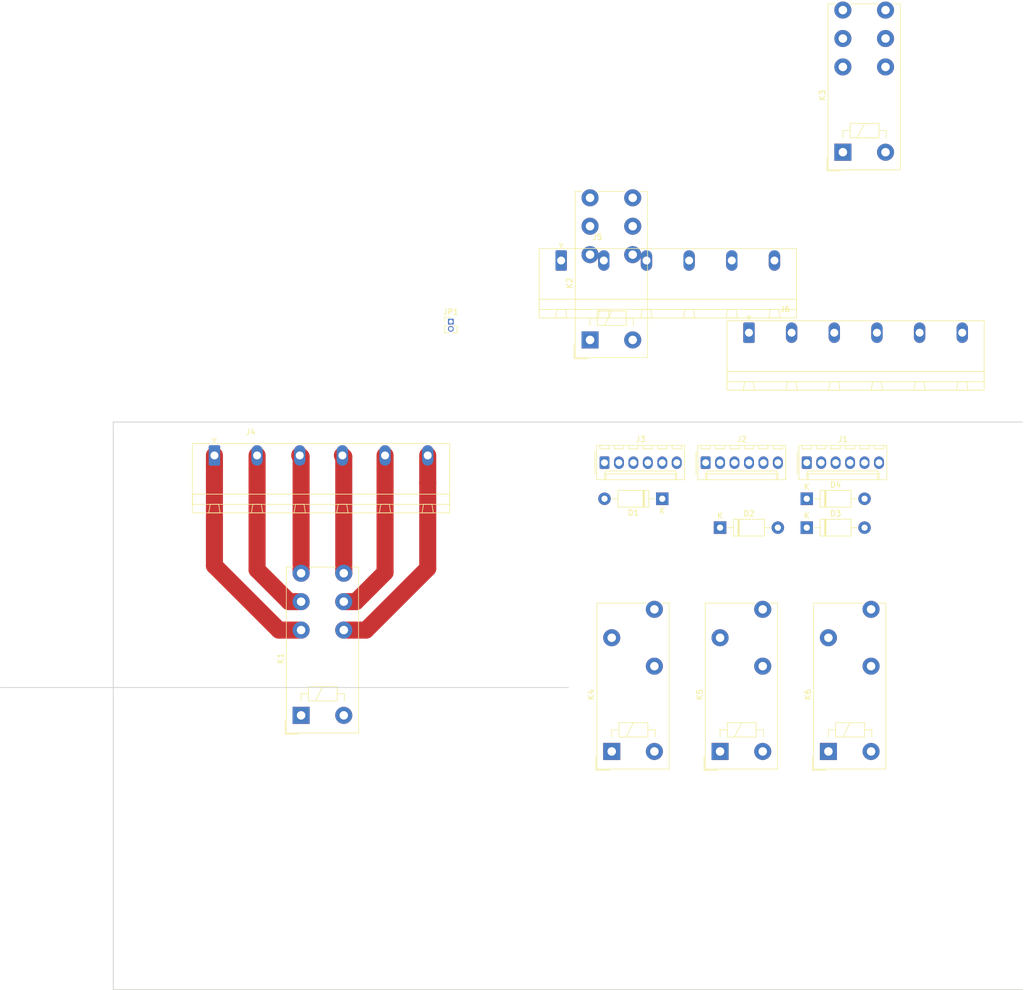
<source format=kicad_pcb>
(kicad_pcb (version 20171130) (host pcbnew 5.1.5+dfsg1-2build2)

  (general
    (thickness 1.6)
    (drawings 8)
    (tracks 20)
    (zones 0)
    (modules 21)
    (nets 54)
  )

  (page A4)
  (layers
    (0 F.Cu signal)
    (31 B.Cu signal)
    (32 B.Adhes user)
    (33 F.Adhes user)
    (34 B.Paste user)
    (35 F.Paste user)
    (36 B.SilkS user)
    (37 F.SilkS user)
    (38 B.Mask user)
    (39 F.Mask user)
    (40 Dwgs.User user)
    (41 Cmts.User user)
    (42 Eco1.User user)
    (43 Eco2.User user)
    (44 Edge.Cuts user)
    (45 Margin user)
    (46 B.CrtYd user)
    (47 F.CrtYd user)
    (48 B.Fab user)
    (49 F.Fab user)
  )

  (setup
    (last_trace_width 0.25)
    (trace_clearance 0.2)
    (zone_clearance 0.508)
    (zone_45_only no)
    (trace_min 0.2)
    (via_size 0.8)
    (via_drill 0.4)
    (via_min_size 0.4)
    (via_min_drill 0.3)
    (uvia_size 0.3)
    (uvia_drill 0.1)
    (uvias_allowed no)
    (uvia_min_size 0.2)
    (uvia_min_drill 0.1)
    (edge_width 0.15)
    (segment_width 0.2)
    (pcb_text_width 0.3)
    (pcb_text_size 1.5 1.5)
    (mod_edge_width 0.15)
    (mod_text_size 1 1)
    (mod_text_width 0.15)
    (pad_size 1.524 1.524)
    (pad_drill 0.762)
    (pad_to_mask_clearance 0.2)
    (aux_axis_origin 0 0)
    (grid_origin 55.08 144.93)
    (visible_elements FFFFFFFF)
    (pcbplotparams
      (layerselection 0x00030_ffffffff)
      (usegerberextensions false)
      (usegerberattributes false)
      (usegerberadvancedattributes false)
      (creategerberjobfile false)
      (excludeedgelayer true)
      (linewidth 0.100000)
      (plotframeref false)
      (viasonmask false)
      (mode 1)
      (useauxorigin false)
      (hpglpennumber 1)
      (hpglpenspeed 20)
      (hpglpendiameter 15.000000)
      (psnegative false)
      (psa4output false)
      (plotreference true)
      (plotvalue true)
      (plotinvisibletext false)
      (padsonsilk false)
      (subtractmaskfromsilk false)
      (outputformat 1)
      (mirror false)
      (drillshape 0)
      (scaleselection 1)
      (outputdirectory ""))
  )

  (net 0 "")
  (net 1 "Net-(MK1-Pad1)")
  (net 2 "Net-(MK2-Pad1)")
  (net 3 "Net-(MK3-Pad1)")
  (net 4 "Net-(MK4-Pad1)")
  (net 5 "Net-(K1-PadA2)")
  (net 6 "Net-(K1-PadA1)")
  (net 7 "Net-(K2-Pad12)")
  (net 8 "Net-(K2-PadA2)")
  (net 9 "Net-(K2-PadA1)")
  (net 10 "Net-(K3-Pad14)")
  (net 11 "Net-(K3-Pad21)")
  (net 12 "Net-(K3-Pad12)")
  (net 13 "Net-(K3-Pad22)")
  (net 14 "Net-(K3-Pad24)")
  (net 15 "Net-(K3-Pad11)")
  (net 16 "Net-(K3-PadA2)")
  (net 17 "Net-(K3-PadA1)")
  (net 18 "Net-(K4-PadA2)")
  (net 19 "Net-(K4-PadA1)")
  (net 20 "Net-(K5-Pad12)")
  (net 21 "Net-(K5-PadA2)")
  (net 22 "Net-(K5-PadA1)")
  (net 23 "Net-(K6-PadA2)")
  (net 24 "Net-(K6-PadA1)")
  (net 25 "Net-(J2-Pad1)")
  (net 26 "Net-(J3-Pad3)")
  (net 27 /Minus)
  (net 28 "Net-(D1-Pad1)")
  (net 29 "Net-(D2-Pad2)")
  (net 30 "Net-(D2-Pad1)")
  (net 31 "Net-(D3-Pad2)")
  (net 32 "Net-(D3-Pad1)")
  (net 33 "Net-(D4-Pad1)")
  (net 34 "Net-(J5-Pad6)")
  (net 35 "Net-(J5-Pad5)")
  (net 36 "Net-(J5-Pad4)")
  (net 37 "Net-(J5-Pad3)")
  (net 38 "Net-(J5-Pad2)")
  (net 39 "Net-(J5-Pad1)")
  (net 40 "Net-(J6-Pad6)")
  (net 41 "Net-(J6-Pad5)")
  (net 42 "Net-(J6-Pad4)")
  (net 43 "Net-(J6-Pad3)")
  (net 44 "Net-(J6-Pad2)")
  (net 45 "Net-(J6-Pad1)")
  (net 46 "Net-(JP1-Pad2)")
  (net 47 /Plus)
  (net 48 /K1Nc2)
  (net 49 /K1Com2)
  (net 50 /K1Nc1)
  (net 51 /K1Com1)
  (net 52 /K1No1)
  (net 53 /K1No2)

  (net_class Default "This is the default net class."
    (clearance 0.2)
    (trace_width 0.25)
    (via_dia 0.8)
    (via_drill 0.4)
    (uvia_dia 0.3)
    (uvia_drill 0.1)
    (add_net /Minus)
    (add_net /Plus)
    (add_net "Net-(D1-Pad1)")
    (add_net "Net-(D2-Pad1)")
    (add_net "Net-(D2-Pad2)")
    (add_net "Net-(D3-Pad1)")
    (add_net "Net-(D3-Pad2)")
    (add_net "Net-(D4-Pad1)")
    (add_net "Net-(J2-Pad1)")
    (add_net "Net-(J3-Pad3)")
    (add_net "Net-(J5-Pad1)")
    (add_net "Net-(J5-Pad2)")
    (add_net "Net-(J5-Pad3)")
    (add_net "Net-(J5-Pad4)")
    (add_net "Net-(J5-Pad5)")
    (add_net "Net-(J5-Pad6)")
    (add_net "Net-(J6-Pad1)")
    (add_net "Net-(J6-Pad2)")
    (add_net "Net-(J6-Pad3)")
    (add_net "Net-(J6-Pad4)")
    (add_net "Net-(J6-Pad5)")
    (add_net "Net-(J6-Pad6)")
    (add_net "Net-(JP1-Pad2)")
    (add_net "Net-(K1-PadA1)")
    (add_net "Net-(K1-PadA2)")
    (add_net "Net-(K2-Pad12)")
    (add_net "Net-(K2-PadA1)")
    (add_net "Net-(K2-PadA2)")
    (add_net "Net-(K3-Pad11)")
    (add_net "Net-(K3-Pad12)")
    (add_net "Net-(K3-Pad14)")
    (add_net "Net-(K3-Pad21)")
    (add_net "Net-(K3-Pad22)")
    (add_net "Net-(K3-Pad24)")
    (add_net "Net-(K3-PadA1)")
    (add_net "Net-(K3-PadA2)")
    (add_net "Net-(K4-PadA1)")
    (add_net "Net-(K4-PadA2)")
    (add_net "Net-(K5-Pad12)")
    (add_net "Net-(K5-PadA1)")
    (add_net "Net-(K5-PadA2)")
    (add_net "Net-(K6-PadA1)")
    (add_net "Net-(K6-PadA2)")
    (add_net "Net-(MK1-Pad1)")
    (add_net "Net-(MK2-Pad1)")
    (add_net "Net-(MK3-Pad1)")
    (add_net "Net-(MK4-Pad1)")
  )

  (net_class Ausgangstrom ""
    (clearance 1.8)
    (trace_width 3)
    (via_dia 1.2)
    (via_drill 0.8)
    (uvia_dia 0.3)
    (uvia_drill 0.1)
    (add_net /K1Com1)
    (add_net /K1Com2)
    (add_net /K1Nc1)
    (add_net /K1Nc2)
    (add_net /K1No1)
    (add_net /K1No2)
  )

  (module Relay_THT:Relay_DPDT_Finder_40.52 (layer F.Cu) (tedit 5A5B3E92) (tstamp 620E313A)
    (at 88.1 96.67 90)
    (descr "Relay DPDT Finder 40.52, Pitch 5mm/7.5mm, https://www.finder-relais.net/de/finder-relais-serie-40.pdf")
    (tags "Relay DPDT Finder 40.52 Pitch 5mm")
    (path /620E3B40)
    (fp_text reference K1 (at 10 -3.6 90) (layer F.SilkS)
      (effects (font (size 1 1) (thickness 0.15)))
    )
    (fp_text value FINDER-40.52 (at 12.192 11.43 90) (layer F.Fab)
      (effects (font (size 1 1) (thickness 0.15)))
    )
    (fp_line (start 26.75 10.25) (end -3.25 10.25) (layer F.CrtYd) (width 0.05))
    (fp_line (start 26.75 10.25) (end 26.75 -2.75) (layer F.CrtYd) (width 0.05))
    (fp_line (start -3.25 -2.75) (end -3.25 10.25) (layer F.CrtYd) (width 0.05))
    (fp_line (start -3.25 -2.75) (end 26.75 -2.75) (layer F.CrtYd) (width 0.05))
    (fp_line (start 2.54 1.27) (end 3.81 1.27) (layer F.SilkS) (width 0.12))
    (fp_line (start 2.54 6.35) (end 2.54 1.27) (layer F.SilkS) (width 0.12))
    (fp_line (start 5.08 6.35) (end 2.54 6.35) (layer F.SilkS) (width 0.12))
    (fp_line (start 5.08 1.27) (end 5.08 6.35) (layer F.SilkS) (width 0.12))
    (fp_line (start 3.81 1.27) (end 5.08 1.27) (layer F.SilkS) (width 0.12))
    (fp_line (start 3.81 0) (end 3.81 1.27) (layer F.SilkS) (width 0.12))
    (fp_line (start 2.54 0) (end 3.81 0) (layer F.SilkS) (width 0.12))
    (fp_line (start 3.81 7.62) (end 2.54 7.62) (layer F.SilkS) (width 0.12))
    (fp_line (start 3.81 6.35) (end 3.81 7.62) (layer F.SilkS) (width 0.12))
    (fp_line (start 2.54 2.54) (end 5.08 3.81) (layer F.SilkS) (width 0.12))
    (fp_line (start 0 1.8) (end 0 5.8) (layer F.Fab) (width 0.12))
    (fp_line (start -3 -1.4) (end -3 10) (layer F.Fab) (width 0.12))
    (fp_line (start -3 10) (end 26 10) (layer F.Fab) (width 0.12))
    (fp_line (start 26 10) (end 26 -2.5) (layer F.Fab) (width 0.12))
    (fp_line (start 26 -2.5) (end -2 -2.5) (layer F.Fab) (width 0.12))
    (fp_line (start -2 -2.5) (end -3 -1.4) (layer F.Fab) (width 0.12))
    (fp_line (start -3.1 -2.6) (end 26.1 -2.6) (layer F.SilkS) (width 0.12))
    (fp_line (start 26.1 -2.6) (end 26.1 -1.4) (layer F.SilkS) (width 0.12))
    (fp_line (start 26.1 1.4) (end 26.1 6.1) (layer F.SilkS) (width 0.12))
    (fp_line (start 26.1 8.9) (end 26.1 10.1) (layer F.SilkS) (width 0.12))
    (fp_line (start 26.1 10.1) (end -3.1 10.1) (layer F.SilkS) (width 0.12))
    (fp_line (start -3.1 10.1) (end -3.1 -2.6) (layer F.SilkS) (width 0.12))
    (fp_line (start -0.9 -2.8) (end -3.3 -2.8) (layer F.SilkS) (width 0.12))
    (fp_line (start -3.3 -0.4) (end -3.3 -2.8) (layer F.SilkS) (width 0.12))
    (fp_text user %R (at 12.065 3.81 90) (layer F.Fab)
      (effects (font (size 1 1) (thickness 0.15)))
    )
    (pad 14 thru_hole circle (at 25 0 90) (size 3 3) (drill 1.5) (layers *.Cu *.Mask)
      (net 50 /K1Nc1))
    (pad 21 thru_hole circle (at 20 7.5 90) (size 3 3) (drill 1.5) (layers *.Cu *.Mask)
      (net 49 /K1Com2))
    (pad 12 thru_hole circle (at 15 0 90) (size 3 3) (drill 1.5) (layers *.Cu *.Mask)
      (net 52 /K1No1))
    (pad 22 thru_hole circle (at 15 7.5 90) (size 3 3) (drill 1.5) (layers *.Cu *.Mask)
      (net 48 /K1Nc2))
    (pad 24 thru_hole circle (at 25 7.5 90) (size 3 3) (drill 1.5) (layers *.Cu *.Mask)
      (net 53 /K1No2))
    (pad 11 thru_hole circle (at 20 0 90) (size 3 3) (drill 1.5) (layers *.Cu *.Mask)
      (net 51 /K1Com1))
    (pad A2 thru_hole circle (at 0 7.5 90) (size 3 3) (drill 1.5) (layers *.Cu *.Mask)
      (net 5 "Net-(K1-PadA2)"))
    (pad A1 thru_hole rect (at 0 0 90) (size 3 3) (drill 1.5) (layers *.Cu *.Mask)
      (net 6 "Net-(K1-PadA1)"))
    (model ${KISYS3DMOD}/Relay_THT.3dshapes/Relay_DPDT_Finder_40.52.wrl
      (at (xyz 0 0 0))
      (scale (xyz 1 1 1))
      (rotate (xyz 0 0 0))
    )
  )

  (module Connector_Phoenix_GMSTB:PhoenixContact_GMSTBA_2,5_6-G_1x06_P7.50mm_Horizontal (layer F.Cu) (tedit 5B785048) (tstamp 620E6A94)
    (at 166.84 29.36)
    (descr "Generic Phoenix Contact connector footprint for: GMSTBA_2,5/6-G; number of pins: 06; pin pitch: 7.50mm; Angled || order number: 1766385 12A 630V")
    (tags "phoenix_contact connector GMSTBA_01x06_G_7.50mm")
    (path /6210B567)
    (fp_text reference J6 (at 6.35 -4.12) (layer F.SilkS)
      (effects (font (size 1 1) (thickness 0.15)))
    )
    (fp_text value Conn_01x06 (at 6.35 4.08) (layer F.Fab)
      (effects (font (size 1 1) (thickness 0.15)))
    )
    (fp_text user %R (at 6.35 -2.22) (layer F.Fab)
      (effects (font (size 1 1) (thickness 0.15)))
    )
    (fp_line (start 0 -0.5) (end -0.95 -2) (layer F.Fab) (width 0.1))
    (fp_line (start 0.95 -2) (end 0 -0.5) (layer F.Fab) (width 0.1))
    (fp_line (start -0.3 -2.91) (end 0.3 -2.91) (layer F.SilkS) (width 0.12))
    (fp_line (start 0 -2.31) (end -0.3 -2.91) (layer F.SilkS) (width 0.12))
    (fp_line (start 0.3 -2.91) (end 0 -2.31) (layer F.SilkS) (width 0.12))
    (fp_line (start 41.75 -2.5) (end -4.25 -2.5) (layer F.CrtYd) (width 0.05))
    (fp_line (start 41.75 10.5) (end 41.75 -2.5) (layer F.CrtYd) (width 0.05))
    (fp_line (start -4.25 10.5) (end 41.75 10.5) (layer F.CrtYd) (width 0.05))
    (fp_line (start -4.25 -2.5) (end -4.25 10.5) (layer F.CrtYd) (width 0.05))
    (fp_line (start 36.75 8.61) (end 36.5 10.11) (layer F.SilkS) (width 0.12))
    (fp_line (start 38.25 8.61) (end 36.75 8.61) (layer F.SilkS) (width 0.12))
    (fp_line (start 38.5 10.11) (end 38.25 8.61) (layer F.SilkS) (width 0.12))
    (fp_line (start 36.5 10.11) (end 38.5 10.11) (layer F.SilkS) (width 0.12))
    (fp_line (start 29.25 8.61) (end 29 10.11) (layer F.SilkS) (width 0.12))
    (fp_line (start 30.75 8.61) (end 29.25 8.61) (layer F.SilkS) (width 0.12))
    (fp_line (start 31 10.11) (end 30.75 8.61) (layer F.SilkS) (width 0.12))
    (fp_line (start 29 10.11) (end 31 10.11) (layer F.SilkS) (width 0.12))
    (fp_line (start 21.75 8.61) (end 21.5 10.11) (layer F.SilkS) (width 0.12))
    (fp_line (start 23.25 8.61) (end 21.75 8.61) (layer F.SilkS) (width 0.12))
    (fp_line (start 23.5 10.11) (end 23.25 8.61) (layer F.SilkS) (width 0.12))
    (fp_line (start 21.5 10.11) (end 23.5 10.11) (layer F.SilkS) (width 0.12))
    (fp_line (start 14.25 8.61) (end 14 10.11) (layer F.SilkS) (width 0.12))
    (fp_line (start 15.75 8.61) (end 14.25 8.61) (layer F.SilkS) (width 0.12))
    (fp_line (start 16 10.11) (end 15.75 8.61) (layer F.SilkS) (width 0.12))
    (fp_line (start 14 10.11) (end 16 10.11) (layer F.SilkS) (width 0.12))
    (fp_line (start 6.75 8.61) (end 6.5 10.11) (layer F.SilkS) (width 0.12))
    (fp_line (start 8.25 8.61) (end 6.75 8.61) (layer F.SilkS) (width 0.12))
    (fp_line (start 8.5 10.11) (end 8.25 8.61) (layer F.SilkS) (width 0.12))
    (fp_line (start 6.5 10.11) (end 8.5 10.11) (layer F.SilkS) (width 0.12))
    (fp_line (start -0.75 8.61) (end -1 10.11) (layer F.SilkS) (width 0.12))
    (fp_line (start 0.75 8.61) (end -0.75 8.61) (layer F.SilkS) (width 0.12))
    (fp_line (start 1 10.11) (end 0.75 8.61) (layer F.SilkS) (width 0.12))
    (fp_line (start -1 10.11) (end 1 10.11) (layer F.SilkS) (width 0.12))
    (fp_line (start 41.36 8.61) (end -3.86 8.61) (layer F.SilkS) (width 0.12))
    (fp_line (start 41.36 6.81) (end 41.36 8.61) (layer F.SilkS) (width 0.12))
    (fp_line (start -3.86 6.81) (end 41.36 6.81) (layer F.SilkS) (width 0.12))
    (fp_line (start -3.86 8.61) (end -3.86 6.81) (layer F.SilkS) (width 0.12))
    (fp_line (start 41.25 -2) (end -3.75 -2) (layer F.Fab) (width 0.1))
    (fp_line (start 41.25 10) (end 41.25 -2) (layer F.Fab) (width 0.1))
    (fp_line (start -3.75 10) (end 41.25 10) (layer F.Fab) (width 0.1))
    (fp_line (start -3.75 -2) (end -3.75 10) (layer F.Fab) (width 0.1))
    (fp_line (start 41.36 -2.11) (end -3.86 -2.11) (layer F.SilkS) (width 0.12))
    (fp_line (start 41.36 10.11) (end 41.36 -2.11) (layer F.SilkS) (width 0.12))
    (fp_line (start -3.86 10.11) (end 41.36 10.11) (layer F.SilkS) (width 0.12))
    (fp_line (start -3.86 -2.11) (end -3.86 10.11) (layer F.SilkS) (width 0.12))
    (pad 6 thru_hole oval (at 37.5 0) (size 2 3.6) (drill 1.4) (layers *.Cu *.Mask)
      (net 40 "Net-(J6-Pad6)"))
    (pad 5 thru_hole oval (at 30 0) (size 2 3.6) (drill 1.4) (layers *.Cu *.Mask)
      (net 41 "Net-(J6-Pad5)"))
    (pad 4 thru_hole oval (at 22.5 0) (size 2 3.6) (drill 1.4) (layers *.Cu *.Mask)
      (net 42 "Net-(J6-Pad4)"))
    (pad 3 thru_hole oval (at 15 0) (size 2 3.6) (drill 1.4) (layers *.Cu *.Mask)
      (net 43 "Net-(J6-Pad3)"))
    (pad 2 thru_hole oval (at 7.5 0) (size 2 3.6) (drill 1.4) (layers *.Cu *.Mask)
      (net 44 "Net-(J6-Pad2)"))
    (pad 1 thru_hole roundrect (at 0 0) (size 2 3.6) (drill 1.4) (layers *.Cu *.Mask) (roundrect_rratio 0.125)
      (net 45 "Net-(J6-Pad1)"))
    (model ${KISYS3DMOD}/Connector_Phoenix_GMSTB.3dshapes/PhoenixContact_GMSTBA_2,5_6-G_1x06_P7.50mm_Horizontal.wrl
      (at (xyz 0 0 0))
      (scale (xyz 1 1 1))
      (rotate (xyz 0 0 0))
    )
  )

  (module Connector_Phoenix_GMSTB:PhoenixContact_GMSTBA_2,5_6-G_1x06_P7.50mm_Horizontal (layer F.Cu) (tedit 5B785048) (tstamp 620E6A60)
    (at 133.82 16.66)
    (descr "Generic Phoenix Contact connector footprint for: GMSTBA_2,5/6-G; number of pins: 06; pin pitch: 7.50mm; Angled || order number: 1766385 12A 630V")
    (tags "phoenix_contact connector GMSTBA_01x06_G_7.50mm")
    (path /6210ADE2)
    (fp_text reference J5 (at 6.35 -4.12) (layer F.SilkS)
      (effects (font (size 1 1) (thickness 0.15)))
    )
    (fp_text value Conn_01x06 (at 6.35 4.08) (layer F.Fab)
      (effects (font (size 1 1) (thickness 0.15)))
    )
    (fp_text user %R (at 6.35 -2.22) (layer F.Fab)
      (effects (font (size 1 1) (thickness 0.15)))
    )
    (fp_line (start 0 -0.5) (end -0.95 -2) (layer F.Fab) (width 0.1))
    (fp_line (start 0.95 -2) (end 0 -0.5) (layer F.Fab) (width 0.1))
    (fp_line (start -0.3 -2.91) (end 0.3 -2.91) (layer F.SilkS) (width 0.12))
    (fp_line (start 0 -2.31) (end -0.3 -2.91) (layer F.SilkS) (width 0.12))
    (fp_line (start 0.3 -2.91) (end 0 -2.31) (layer F.SilkS) (width 0.12))
    (fp_line (start 41.75 -2.5) (end -4.25 -2.5) (layer F.CrtYd) (width 0.05))
    (fp_line (start 41.75 10.5) (end 41.75 -2.5) (layer F.CrtYd) (width 0.05))
    (fp_line (start -4.25 10.5) (end 41.75 10.5) (layer F.CrtYd) (width 0.05))
    (fp_line (start -4.25 -2.5) (end -4.25 10.5) (layer F.CrtYd) (width 0.05))
    (fp_line (start 36.75 8.61) (end 36.5 10.11) (layer F.SilkS) (width 0.12))
    (fp_line (start 38.25 8.61) (end 36.75 8.61) (layer F.SilkS) (width 0.12))
    (fp_line (start 38.5 10.11) (end 38.25 8.61) (layer F.SilkS) (width 0.12))
    (fp_line (start 36.5 10.11) (end 38.5 10.11) (layer F.SilkS) (width 0.12))
    (fp_line (start 29.25 8.61) (end 29 10.11) (layer F.SilkS) (width 0.12))
    (fp_line (start 30.75 8.61) (end 29.25 8.61) (layer F.SilkS) (width 0.12))
    (fp_line (start 31 10.11) (end 30.75 8.61) (layer F.SilkS) (width 0.12))
    (fp_line (start 29 10.11) (end 31 10.11) (layer F.SilkS) (width 0.12))
    (fp_line (start 21.75 8.61) (end 21.5 10.11) (layer F.SilkS) (width 0.12))
    (fp_line (start 23.25 8.61) (end 21.75 8.61) (layer F.SilkS) (width 0.12))
    (fp_line (start 23.5 10.11) (end 23.25 8.61) (layer F.SilkS) (width 0.12))
    (fp_line (start 21.5 10.11) (end 23.5 10.11) (layer F.SilkS) (width 0.12))
    (fp_line (start 14.25 8.61) (end 14 10.11) (layer F.SilkS) (width 0.12))
    (fp_line (start 15.75 8.61) (end 14.25 8.61) (layer F.SilkS) (width 0.12))
    (fp_line (start 16 10.11) (end 15.75 8.61) (layer F.SilkS) (width 0.12))
    (fp_line (start 14 10.11) (end 16 10.11) (layer F.SilkS) (width 0.12))
    (fp_line (start 6.75 8.61) (end 6.5 10.11) (layer F.SilkS) (width 0.12))
    (fp_line (start 8.25 8.61) (end 6.75 8.61) (layer F.SilkS) (width 0.12))
    (fp_line (start 8.5 10.11) (end 8.25 8.61) (layer F.SilkS) (width 0.12))
    (fp_line (start 6.5 10.11) (end 8.5 10.11) (layer F.SilkS) (width 0.12))
    (fp_line (start -0.75 8.61) (end -1 10.11) (layer F.SilkS) (width 0.12))
    (fp_line (start 0.75 8.61) (end -0.75 8.61) (layer F.SilkS) (width 0.12))
    (fp_line (start 1 10.11) (end 0.75 8.61) (layer F.SilkS) (width 0.12))
    (fp_line (start -1 10.11) (end 1 10.11) (layer F.SilkS) (width 0.12))
    (fp_line (start 41.36 8.61) (end -3.86 8.61) (layer F.SilkS) (width 0.12))
    (fp_line (start 41.36 6.81) (end 41.36 8.61) (layer F.SilkS) (width 0.12))
    (fp_line (start -3.86 6.81) (end 41.36 6.81) (layer F.SilkS) (width 0.12))
    (fp_line (start -3.86 8.61) (end -3.86 6.81) (layer F.SilkS) (width 0.12))
    (fp_line (start 41.25 -2) (end -3.75 -2) (layer F.Fab) (width 0.1))
    (fp_line (start 41.25 10) (end 41.25 -2) (layer F.Fab) (width 0.1))
    (fp_line (start -3.75 10) (end 41.25 10) (layer F.Fab) (width 0.1))
    (fp_line (start -3.75 -2) (end -3.75 10) (layer F.Fab) (width 0.1))
    (fp_line (start 41.36 -2.11) (end -3.86 -2.11) (layer F.SilkS) (width 0.12))
    (fp_line (start 41.36 10.11) (end 41.36 -2.11) (layer F.SilkS) (width 0.12))
    (fp_line (start -3.86 10.11) (end 41.36 10.11) (layer F.SilkS) (width 0.12))
    (fp_line (start -3.86 -2.11) (end -3.86 10.11) (layer F.SilkS) (width 0.12))
    (pad 6 thru_hole oval (at 37.5 0) (size 2 3.6) (drill 1.4) (layers *.Cu *.Mask)
      (net 34 "Net-(J5-Pad6)"))
    (pad 5 thru_hole oval (at 30 0) (size 2 3.6) (drill 1.4) (layers *.Cu *.Mask)
      (net 35 "Net-(J5-Pad5)"))
    (pad 4 thru_hole oval (at 22.5 0) (size 2 3.6) (drill 1.4) (layers *.Cu *.Mask)
      (net 36 "Net-(J5-Pad4)"))
    (pad 3 thru_hole oval (at 15 0) (size 2 3.6) (drill 1.4) (layers *.Cu *.Mask)
      (net 37 "Net-(J5-Pad3)"))
    (pad 2 thru_hole oval (at 7.5 0) (size 2 3.6) (drill 1.4) (layers *.Cu *.Mask)
      (net 38 "Net-(J5-Pad2)"))
    (pad 1 thru_hole roundrect (at 0 0) (size 2 3.6) (drill 1.4) (layers *.Cu *.Mask) (roundrect_rratio 0.125)
      (net 39 "Net-(J5-Pad1)"))
    (model ${KISYS3DMOD}/Connector_Phoenix_GMSTB.3dshapes/PhoenixContact_GMSTBA_2,5_6-G_1x06_P7.50mm_Horizontal.wrl
      (at (xyz 0 0 0))
      (scale (xyz 1 1 1))
      (rotate (xyz 0 0 0))
    )
  )

  (module Connector_Phoenix_GMSTB:PhoenixContact_GMSTBA_2,5_6-G_1x06_P7.50mm_Horizontal (layer F.Cu) (tedit 5B785048) (tstamp 620E6A2C)
    (at 72.86 50.95)
    (descr "Generic Phoenix Contact connector footprint for: GMSTBA_2,5/6-G; number of pins: 06; pin pitch: 7.50mm; Angled || order number: 1766385 12A 630V")
    (tags "phoenix_contact connector GMSTBA_01x06_G_7.50mm")
    (path /62109A02)
    (fp_text reference J4 (at 6.35 -4.12) (layer F.SilkS)
      (effects (font (size 1 1) (thickness 0.15)))
    )
    (fp_text value Conn_01x06 (at 6.35 4.08) (layer F.Fab)
      (effects (font (size 1 1) (thickness 0.15)))
    )
    (fp_text user %R (at 6.35 -2.22) (layer F.Fab)
      (effects (font (size 1 1) (thickness 0.15)))
    )
    (fp_line (start 0 -0.5) (end -0.95 -2) (layer F.Fab) (width 0.1))
    (fp_line (start 0.95 -2) (end 0 -0.5) (layer F.Fab) (width 0.1))
    (fp_line (start -0.3 -2.91) (end 0.3 -2.91) (layer F.SilkS) (width 0.12))
    (fp_line (start 0 -2.31) (end -0.3 -2.91) (layer F.SilkS) (width 0.12))
    (fp_line (start 0.3 -2.91) (end 0 -2.31) (layer F.SilkS) (width 0.12))
    (fp_line (start 41.75 -2.5) (end -4.25 -2.5) (layer F.CrtYd) (width 0.05))
    (fp_line (start 41.75 10.5) (end 41.75 -2.5) (layer F.CrtYd) (width 0.05))
    (fp_line (start -4.25 10.5) (end 41.75 10.5) (layer F.CrtYd) (width 0.05))
    (fp_line (start -4.25 -2.5) (end -4.25 10.5) (layer F.CrtYd) (width 0.05))
    (fp_line (start 36.75 8.61) (end 36.5 10.11) (layer F.SilkS) (width 0.12))
    (fp_line (start 38.25 8.61) (end 36.75 8.61) (layer F.SilkS) (width 0.12))
    (fp_line (start 38.5 10.11) (end 38.25 8.61) (layer F.SilkS) (width 0.12))
    (fp_line (start 36.5 10.11) (end 38.5 10.11) (layer F.SilkS) (width 0.12))
    (fp_line (start 29.25 8.61) (end 29 10.11) (layer F.SilkS) (width 0.12))
    (fp_line (start 30.75 8.61) (end 29.25 8.61) (layer F.SilkS) (width 0.12))
    (fp_line (start 31 10.11) (end 30.75 8.61) (layer F.SilkS) (width 0.12))
    (fp_line (start 29 10.11) (end 31 10.11) (layer F.SilkS) (width 0.12))
    (fp_line (start 21.75 8.61) (end 21.5 10.11) (layer F.SilkS) (width 0.12))
    (fp_line (start 23.25 8.61) (end 21.75 8.61) (layer F.SilkS) (width 0.12))
    (fp_line (start 23.5 10.11) (end 23.25 8.61) (layer F.SilkS) (width 0.12))
    (fp_line (start 21.5 10.11) (end 23.5 10.11) (layer F.SilkS) (width 0.12))
    (fp_line (start 14.25 8.61) (end 14 10.11) (layer F.SilkS) (width 0.12))
    (fp_line (start 15.75 8.61) (end 14.25 8.61) (layer F.SilkS) (width 0.12))
    (fp_line (start 16 10.11) (end 15.75 8.61) (layer F.SilkS) (width 0.12))
    (fp_line (start 14 10.11) (end 16 10.11) (layer F.SilkS) (width 0.12))
    (fp_line (start 6.75 8.61) (end 6.5 10.11) (layer F.SilkS) (width 0.12))
    (fp_line (start 8.25 8.61) (end 6.75 8.61) (layer F.SilkS) (width 0.12))
    (fp_line (start 8.5 10.11) (end 8.25 8.61) (layer F.SilkS) (width 0.12))
    (fp_line (start 6.5 10.11) (end 8.5 10.11) (layer F.SilkS) (width 0.12))
    (fp_line (start -0.75 8.61) (end -1 10.11) (layer F.SilkS) (width 0.12))
    (fp_line (start 0.75 8.61) (end -0.75 8.61) (layer F.SilkS) (width 0.12))
    (fp_line (start 1 10.11) (end 0.75 8.61) (layer F.SilkS) (width 0.12))
    (fp_line (start -1 10.11) (end 1 10.11) (layer F.SilkS) (width 0.12))
    (fp_line (start 41.36 8.61) (end -3.86 8.61) (layer F.SilkS) (width 0.12))
    (fp_line (start 41.36 6.81) (end 41.36 8.61) (layer F.SilkS) (width 0.12))
    (fp_line (start -3.86 6.81) (end 41.36 6.81) (layer F.SilkS) (width 0.12))
    (fp_line (start -3.86 8.61) (end -3.86 6.81) (layer F.SilkS) (width 0.12))
    (fp_line (start 41.25 -2) (end -3.75 -2) (layer F.Fab) (width 0.1))
    (fp_line (start 41.25 10) (end 41.25 -2) (layer F.Fab) (width 0.1))
    (fp_line (start -3.75 10) (end 41.25 10) (layer F.Fab) (width 0.1))
    (fp_line (start -3.75 -2) (end -3.75 10) (layer F.Fab) (width 0.1))
    (fp_line (start 41.36 -2.11) (end -3.86 -2.11) (layer F.SilkS) (width 0.12))
    (fp_line (start 41.36 10.11) (end 41.36 -2.11) (layer F.SilkS) (width 0.12))
    (fp_line (start -3.86 10.11) (end 41.36 10.11) (layer F.SilkS) (width 0.12))
    (fp_line (start -3.86 -2.11) (end -3.86 10.11) (layer F.SilkS) (width 0.12))
    (pad 6 thru_hole oval (at 37.5 0) (size 2 3.6) (drill 1.4) (layers *.Cu *.Mask)
      (net 48 /K1Nc2))
    (pad 5 thru_hole oval (at 30 0) (size 2 3.6) (drill 1.4) (layers *.Cu *.Mask)
      (net 49 /K1Com2))
    (pad 4 thru_hole oval (at 22.5 0) (size 2 3.6) (drill 1.4) (layers *.Cu *.Mask)
      (net 53 /K1No2))
    (pad 3 thru_hole oval (at 15 0) (size 2 3.6) (drill 1.4) (layers *.Cu *.Mask)
      (net 50 /K1Nc1))
    (pad 2 thru_hole oval (at 7.5 0) (size 2 3.6) (drill 1.4) (layers *.Cu *.Mask)
      (net 51 /K1Com1))
    (pad 1 thru_hole roundrect (at 0 0) (size 2 3.6) (drill 1.4) (layers *.Cu *.Mask) (roundrect_rratio 0.125)
      (net 52 /K1No1))
    (model ${KISYS3DMOD}/Connector_Phoenix_GMSTB.3dshapes/PhoenixContact_GMSTBA_2,5_6-G_1x06_P7.50mm_Horizontal.wrl
      (at (xyz 0 0 0))
      (scale (xyz 1 1 1))
      (rotate (xyz 0 0 0))
    )
  )

  (module Connector_PinHeader_1.27mm:PinHeader_1x02_P1.27mm_Vertical (layer F.Cu) (tedit 59FED6E3) (tstamp 620E6AAC)
    (at 114.42 27.41)
    (descr "Through hole straight pin header, 1x02, 1.27mm pitch, single row")
    (tags "Through hole pin header THT 1x02 1.27mm single row")
    (path /6215BBD2)
    (fp_text reference JP1 (at 0 -1.695) (layer F.SilkS)
      (effects (font (size 1 1) (thickness 0.15)))
    )
    (fp_text value Jumper_2_Bridged (at 0 2.965) (layer F.Fab)
      (effects (font (size 1 1) (thickness 0.15)))
    )
    (fp_text user %R (at 0 0.635 90) (layer F.Fab)
      (effects (font (size 1 1) (thickness 0.15)))
    )
    (fp_line (start 1.55 -1.15) (end -1.55 -1.15) (layer F.CrtYd) (width 0.05))
    (fp_line (start 1.55 2.45) (end 1.55 -1.15) (layer F.CrtYd) (width 0.05))
    (fp_line (start -1.55 2.45) (end 1.55 2.45) (layer F.CrtYd) (width 0.05))
    (fp_line (start -1.55 -1.15) (end -1.55 2.45) (layer F.CrtYd) (width 0.05))
    (fp_line (start -1.11 -0.76) (end 0 -0.76) (layer F.SilkS) (width 0.12))
    (fp_line (start -1.11 0) (end -1.11 -0.76) (layer F.SilkS) (width 0.12))
    (fp_line (start 0.563471 0.76) (end 1.11 0.76) (layer F.SilkS) (width 0.12))
    (fp_line (start -1.11 0.76) (end -0.563471 0.76) (layer F.SilkS) (width 0.12))
    (fp_line (start 1.11 0.76) (end 1.11 1.965) (layer F.SilkS) (width 0.12))
    (fp_line (start -1.11 0.76) (end -1.11 1.965) (layer F.SilkS) (width 0.12))
    (fp_line (start 0.30753 1.965) (end 1.11 1.965) (layer F.SilkS) (width 0.12))
    (fp_line (start -1.11 1.965) (end -0.30753 1.965) (layer F.SilkS) (width 0.12))
    (fp_line (start -1.05 -0.11) (end -0.525 -0.635) (layer F.Fab) (width 0.1))
    (fp_line (start -1.05 1.905) (end -1.05 -0.11) (layer F.Fab) (width 0.1))
    (fp_line (start 1.05 1.905) (end -1.05 1.905) (layer F.Fab) (width 0.1))
    (fp_line (start 1.05 -0.635) (end 1.05 1.905) (layer F.Fab) (width 0.1))
    (fp_line (start -0.525 -0.635) (end 1.05 -0.635) (layer F.Fab) (width 0.1))
    (pad 2 thru_hole oval (at 0 1.27) (size 1 1) (drill 0.65) (layers *.Cu *.Mask)
      (net 46 "Net-(JP1-Pad2)"))
    (pad 1 thru_hole rect (at 0 0) (size 1 1) (drill 0.65) (layers *.Cu *.Mask)
      (net 27 /Minus))
    (model ${KISYS3DMOD}/Connector_PinHeader_1.27mm.3dshapes/PinHeader_1x02_P1.27mm_Vertical.wrl
      (at (xyz 0 0 0))
      (scale (xyz 1 1 1))
      (rotate (xyz 0 0 0))
    )
  )

  (module Diode_THT:D_DO-41_SOD81_P10.16mm_Horizontal (layer F.Cu) (tedit 5AE50CD5) (tstamp 620E68C6)
    (at 177 58.57)
    (descr "Diode, DO-41_SOD81 series, Axial, Horizontal, pin pitch=10.16mm, , length*diameter=5.2*2.7mm^2, , http://www.diodes.com/_files/packages/DO-41%20(Plastic).pdf")
    (tags "Diode DO-41_SOD81 series Axial Horizontal pin pitch 10.16mm  length 5.2mm diameter 2.7mm")
    (path /621843DA)
    (fp_text reference D4 (at 5.08 -2.47) (layer F.SilkS)
      (effects (font (size 1 1) (thickness 0.15)))
    )
    (fp_text value 1N4001 (at 5.08 2.47) (layer F.Fab)
      (effects (font (size 1 1) (thickness 0.15)))
    )
    (fp_text user K (at 0 -2.1) (layer F.SilkS)
      (effects (font (size 1 1) (thickness 0.15)))
    )
    (fp_text user K (at 0 -2.1) (layer F.Fab)
      (effects (font (size 1 1) (thickness 0.15)))
    )
    (fp_text user %R (at 6.41 0.62) (layer F.Fab)
      (effects (font (size 1 1) (thickness 0.15)))
    )
    (fp_line (start 11.51 -1.6) (end -1.35 -1.6) (layer F.CrtYd) (width 0.05))
    (fp_line (start 11.51 1.6) (end 11.51 -1.6) (layer F.CrtYd) (width 0.05))
    (fp_line (start -1.35 1.6) (end 11.51 1.6) (layer F.CrtYd) (width 0.05))
    (fp_line (start -1.35 -1.6) (end -1.35 1.6) (layer F.CrtYd) (width 0.05))
    (fp_line (start 3.14 -1.47) (end 3.14 1.47) (layer F.SilkS) (width 0.12))
    (fp_line (start 3.38 -1.47) (end 3.38 1.47) (layer F.SilkS) (width 0.12))
    (fp_line (start 3.26 -1.47) (end 3.26 1.47) (layer F.SilkS) (width 0.12))
    (fp_line (start 8.82 0) (end 7.8 0) (layer F.SilkS) (width 0.12))
    (fp_line (start 1.34 0) (end 2.36 0) (layer F.SilkS) (width 0.12))
    (fp_line (start 7.8 -1.47) (end 2.36 -1.47) (layer F.SilkS) (width 0.12))
    (fp_line (start 7.8 1.47) (end 7.8 -1.47) (layer F.SilkS) (width 0.12))
    (fp_line (start 2.36 1.47) (end 7.8 1.47) (layer F.SilkS) (width 0.12))
    (fp_line (start 2.36 -1.47) (end 2.36 1.47) (layer F.SilkS) (width 0.12))
    (fp_line (start 3.16 -1.35) (end 3.16 1.35) (layer F.Fab) (width 0.1))
    (fp_line (start 3.36 -1.35) (end 3.36 1.35) (layer F.Fab) (width 0.1))
    (fp_line (start 3.26 -1.35) (end 3.26 1.35) (layer F.Fab) (width 0.1))
    (fp_line (start 10.16 0) (end 7.68 0) (layer F.Fab) (width 0.1))
    (fp_line (start 0 0) (end 2.48 0) (layer F.Fab) (width 0.1))
    (fp_line (start 7.68 -1.35) (end 2.48 -1.35) (layer F.Fab) (width 0.1))
    (fp_line (start 7.68 1.35) (end 7.68 -1.35) (layer F.Fab) (width 0.1))
    (fp_line (start 2.48 1.35) (end 7.68 1.35) (layer F.Fab) (width 0.1))
    (fp_line (start 2.48 -1.35) (end 2.48 1.35) (layer F.Fab) (width 0.1))
    (pad 2 thru_hole oval (at 10.16 0) (size 2.2 2.2) (drill 1.1) (layers *.Cu *.Mask)
      (net 32 "Net-(D3-Pad1)"))
    (pad 1 thru_hole rect (at 0 0) (size 2.2 2.2) (drill 1.1) (layers *.Cu *.Mask)
      (net 33 "Net-(D4-Pad1)"))
    (model ${KISYS3DMOD}/Diode_THT.3dshapes/D_DO-41_SOD81_P10.16mm_Horizontal.wrl
      (at (xyz 0 0 0))
      (scale (xyz 1 1 1))
      (rotate (xyz 0 0 0))
    )
  )

  (module Diode_THT:D_DO-41_SOD81_P10.16mm_Horizontal (layer F.Cu) (tedit 5AE50CD5) (tstamp 620E68A7)
    (at 177 63.65)
    (descr "Diode, DO-41_SOD81 series, Axial, Horizontal, pin pitch=10.16mm, , length*diameter=5.2*2.7mm^2, , http://www.diodes.com/_files/packages/DO-41%20(Plastic).pdf")
    (tags "Diode DO-41_SOD81 series Axial Horizontal pin pitch 10.16mm  length 5.2mm diameter 2.7mm")
    (path /6218236A)
    (fp_text reference D3 (at 5.08 -2.47) (layer F.SilkS)
      (effects (font (size 1 1) (thickness 0.15)))
    )
    (fp_text value 1N4001 (at 5.08 2.47) (layer F.Fab)
      (effects (font (size 1 1) (thickness 0.15)))
    )
    (fp_text user K (at 0 -2.1) (layer F.SilkS)
      (effects (font (size 1 1) (thickness 0.15)))
    )
    (fp_text user K (at 0 -2.1) (layer F.Fab)
      (effects (font (size 1 1) (thickness 0.15)))
    )
    (fp_text user %R (at 5.47 0) (layer F.Fab)
      (effects (font (size 1 1) (thickness 0.15)))
    )
    (fp_line (start 11.51 -1.6) (end -1.35 -1.6) (layer F.CrtYd) (width 0.05))
    (fp_line (start 11.51 1.6) (end 11.51 -1.6) (layer F.CrtYd) (width 0.05))
    (fp_line (start -1.35 1.6) (end 11.51 1.6) (layer F.CrtYd) (width 0.05))
    (fp_line (start -1.35 -1.6) (end -1.35 1.6) (layer F.CrtYd) (width 0.05))
    (fp_line (start 3.14 -1.47) (end 3.14 1.47) (layer F.SilkS) (width 0.12))
    (fp_line (start 3.38 -1.47) (end 3.38 1.47) (layer F.SilkS) (width 0.12))
    (fp_line (start 3.26 -1.47) (end 3.26 1.47) (layer F.SilkS) (width 0.12))
    (fp_line (start 8.82 0) (end 7.8 0) (layer F.SilkS) (width 0.12))
    (fp_line (start 1.34 0) (end 2.36 0) (layer F.SilkS) (width 0.12))
    (fp_line (start 7.8 -1.47) (end 2.36 -1.47) (layer F.SilkS) (width 0.12))
    (fp_line (start 7.8 1.47) (end 7.8 -1.47) (layer F.SilkS) (width 0.12))
    (fp_line (start 2.36 1.47) (end 7.8 1.47) (layer F.SilkS) (width 0.12))
    (fp_line (start 2.36 -1.47) (end 2.36 1.47) (layer F.SilkS) (width 0.12))
    (fp_line (start 3.16 -1.35) (end 3.16 1.35) (layer F.Fab) (width 0.1))
    (fp_line (start 3.36 -1.35) (end 3.36 1.35) (layer F.Fab) (width 0.1))
    (fp_line (start 3.26 -1.35) (end 3.26 1.35) (layer F.Fab) (width 0.1))
    (fp_line (start 10.16 0) (end 7.68 0) (layer F.Fab) (width 0.1))
    (fp_line (start 0 0) (end 2.48 0) (layer F.Fab) (width 0.1))
    (fp_line (start 7.68 -1.35) (end 2.48 -1.35) (layer F.Fab) (width 0.1))
    (fp_line (start 7.68 1.35) (end 7.68 -1.35) (layer F.Fab) (width 0.1))
    (fp_line (start 2.48 1.35) (end 7.68 1.35) (layer F.Fab) (width 0.1))
    (fp_line (start 2.48 -1.35) (end 2.48 1.35) (layer F.Fab) (width 0.1))
    (pad 2 thru_hole oval (at 10.16 0) (size 2.2 2.2) (drill 1.1) (layers *.Cu *.Mask)
      (net 31 "Net-(D3-Pad2)"))
    (pad 1 thru_hole rect (at 0 0) (size 2.2 2.2) (drill 1.1) (layers *.Cu *.Mask)
      (net 32 "Net-(D3-Pad1)"))
    (model ${KISYS3DMOD}/Diode_THT.3dshapes/D_DO-41_SOD81_P10.16mm_Horizontal.wrl
      (at (xyz 0 0 0))
      (scale (xyz 1 1 1))
      (rotate (xyz 0 0 0))
    )
  )

  (module Diode_THT:D_DO-41_SOD81_P10.16mm_Horizontal (layer F.Cu) (tedit 5AE50CD5) (tstamp 620E6888)
    (at 161.76 63.65)
    (descr "Diode, DO-41_SOD81 series, Axial, Horizontal, pin pitch=10.16mm, , length*diameter=5.2*2.7mm^2, , http://www.diodes.com/_files/packages/DO-41%20(Plastic).pdf")
    (tags "Diode DO-41_SOD81 series Axial Horizontal pin pitch 10.16mm  length 5.2mm diameter 2.7mm")
    (path /62176406)
    (fp_text reference D2 (at 5.08 -2.47) (layer F.SilkS)
      (effects (font (size 1 1) (thickness 0.15)))
    )
    (fp_text value 1N4001 (at 5.08 2.47) (layer F.Fab)
      (effects (font (size 1 1) (thickness 0.15)))
    )
    (fp_text user K (at 0 -2.1) (layer F.SilkS)
      (effects (font (size 1 1) (thickness 0.15)))
    )
    (fp_text user K (at 0 -2.1) (layer F.Fab)
      (effects (font (size 1 1) (thickness 0.15)))
    )
    (fp_text user %R (at 5.47 0) (layer F.Fab)
      (effects (font (size 1 1) (thickness 0.15)))
    )
    (fp_line (start 11.51 -1.6) (end -1.35 -1.6) (layer F.CrtYd) (width 0.05))
    (fp_line (start 11.51 1.6) (end 11.51 -1.6) (layer F.CrtYd) (width 0.05))
    (fp_line (start -1.35 1.6) (end 11.51 1.6) (layer F.CrtYd) (width 0.05))
    (fp_line (start -1.35 -1.6) (end -1.35 1.6) (layer F.CrtYd) (width 0.05))
    (fp_line (start 3.14 -1.47) (end 3.14 1.47) (layer F.SilkS) (width 0.12))
    (fp_line (start 3.38 -1.47) (end 3.38 1.47) (layer F.SilkS) (width 0.12))
    (fp_line (start 3.26 -1.47) (end 3.26 1.47) (layer F.SilkS) (width 0.12))
    (fp_line (start 8.82 0) (end 7.8 0) (layer F.SilkS) (width 0.12))
    (fp_line (start 1.34 0) (end 2.36 0) (layer F.SilkS) (width 0.12))
    (fp_line (start 7.8 -1.47) (end 2.36 -1.47) (layer F.SilkS) (width 0.12))
    (fp_line (start 7.8 1.47) (end 7.8 -1.47) (layer F.SilkS) (width 0.12))
    (fp_line (start 2.36 1.47) (end 7.8 1.47) (layer F.SilkS) (width 0.12))
    (fp_line (start 2.36 -1.47) (end 2.36 1.47) (layer F.SilkS) (width 0.12))
    (fp_line (start 3.16 -1.35) (end 3.16 1.35) (layer F.Fab) (width 0.1))
    (fp_line (start 3.36 -1.35) (end 3.36 1.35) (layer F.Fab) (width 0.1))
    (fp_line (start 3.26 -1.35) (end 3.26 1.35) (layer F.Fab) (width 0.1))
    (fp_line (start 10.16 0) (end 7.68 0) (layer F.Fab) (width 0.1))
    (fp_line (start 0 0) (end 2.48 0) (layer F.Fab) (width 0.1))
    (fp_line (start 7.68 -1.35) (end 2.48 -1.35) (layer F.Fab) (width 0.1))
    (fp_line (start 7.68 1.35) (end 7.68 -1.35) (layer F.Fab) (width 0.1))
    (fp_line (start 2.48 1.35) (end 7.68 1.35) (layer F.Fab) (width 0.1))
    (fp_line (start 2.48 -1.35) (end 2.48 1.35) (layer F.Fab) (width 0.1))
    (pad 2 thru_hole oval (at 10.16 0) (size 2.2 2.2) (drill 1.1) (layers *.Cu *.Mask)
      (net 29 "Net-(D2-Pad2)"))
    (pad 1 thru_hole rect (at 0 0) (size 2.2 2.2) (drill 1.1) (layers *.Cu *.Mask)
      (net 30 "Net-(D2-Pad1)"))
    (model ${KISYS3DMOD}/Diode_THT.3dshapes/D_DO-41_SOD81_P10.16mm_Horizontal.wrl
      (at (xyz 0 0 0))
      (scale (xyz 1 1 1))
      (rotate (xyz 0 0 0))
    )
  )

  (module Diode_THT:D_DO-41_SOD81_P10.16mm_Horizontal (layer F.Cu) (tedit 5AE50CD5) (tstamp 620E6869)
    (at 151.6 58.57 180)
    (descr "Diode, DO-41_SOD81 series, Axial, Horizontal, pin pitch=10.16mm, , length*diameter=5.2*2.7mm^2, , http://www.diodes.com/_files/packages/DO-41%20(Plastic).pdf")
    (tags "Diode DO-41_SOD81 series Axial Horizontal pin pitch 10.16mm  length 5.2mm diameter 2.7mm")
    (path /6216A6CE)
    (fp_text reference D1 (at 5.08 -2.47) (layer F.SilkS)
      (effects (font (size 1 1) (thickness 0.15)))
    )
    (fp_text value 1N4001 (at 5.08 2.47) (layer F.Fab)
      (effects (font (size 1 1) (thickness 0.15)))
    )
    (fp_text user K (at 0 -2.1) (layer F.SilkS)
      (effects (font (size 1 1) (thickness 0.15)))
    )
    (fp_text user K (at 0 -2.1) (layer F.Fab)
      (effects (font (size 1 1) (thickness 0.15)))
    )
    (fp_text user %R (at 5.47 0) (layer F.Fab)
      (effects (font (size 1 1) (thickness 0.15)))
    )
    (fp_line (start 11.51 -1.6) (end -1.35 -1.6) (layer F.CrtYd) (width 0.05))
    (fp_line (start 11.51 1.6) (end 11.51 -1.6) (layer F.CrtYd) (width 0.05))
    (fp_line (start -1.35 1.6) (end 11.51 1.6) (layer F.CrtYd) (width 0.05))
    (fp_line (start -1.35 -1.6) (end -1.35 1.6) (layer F.CrtYd) (width 0.05))
    (fp_line (start 3.14 -1.47) (end 3.14 1.47) (layer F.SilkS) (width 0.12))
    (fp_line (start 3.38 -1.47) (end 3.38 1.47) (layer F.SilkS) (width 0.12))
    (fp_line (start 3.26 -1.47) (end 3.26 1.47) (layer F.SilkS) (width 0.12))
    (fp_line (start 8.82 0) (end 7.8 0) (layer F.SilkS) (width 0.12))
    (fp_line (start 1.34 0) (end 2.36 0) (layer F.SilkS) (width 0.12))
    (fp_line (start 7.8 -1.47) (end 2.36 -1.47) (layer F.SilkS) (width 0.12))
    (fp_line (start 7.8 1.47) (end 7.8 -1.47) (layer F.SilkS) (width 0.12))
    (fp_line (start 2.36 1.47) (end 7.8 1.47) (layer F.SilkS) (width 0.12))
    (fp_line (start 2.36 -1.47) (end 2.36 1.47) (layer F.SilkS) (width 0.12))
    (fp_line (start 3.16 -1.35) (end 3.16 1.35) (layer F.Fab) (width 0.1))
    (fp_line (start 3.36 -1.35) (end 3.36 1.35) (layer F.Fab) (width 0.1))
    (fp_line (start 3.26 -1.35) (end 3.26 1.35) (layer F.Fab) (width 0.1))
    (fp_line (start 10.16 0) (end 7.68 0) (layer F.Fab) (width 0.1))
    (fp_line (start 0 0) (end 2.48 0) (layer F.Fab) (width 0.1))
    (fp_line (start 7.68 -1.35) (end 2.48 -1.35) (layer F.Fab) (width 0.1))
    (fp_line (start 7.68 1.35) (end 7.68 -1.35) (layer F.Fab) (width 0.1))
    (fp_line (start 2.48 1.35) (end 7.68 1.35) (layer F.Fab) (width 0.1))
    (fp_line (start 2.48 -1.35) (end 2.48 1.35) (layer F.Fab) (width 0.1))
    (pad 2 thru_hole oval (at 10.16 0 180) (size 2.2 2.2) (drill 1.1) (layers *.Cu *.Mask)
      (net 27 /Minus))
    (pad 1 thru_hole rect (at 0 0 180) (size 2.2 2.2) (drill 1.1) (layers *.Cu *.Mask)
      (net 28 "Net-(D1-Pad1)"))
    (model ${KISYS3DMOD}/Diode_THT.3dshapes/D_DO-41_SOD81_P10.16mm_Horizontal.wrl
      (at (xyz 0 0 0))
      (scale (xyz 1 1 1))
      (rotate (xyz 0 0 0))
    )
  )

  (module Connector_Molex:Molex_KK-254_AE-6410-06A_1x06_P2.54mm_Vertical (layer F.Cu) (tedit 5B78013E) (tstamp 620E548E)
    (at 141.44 52.22)
    (descr "Molex KK-254 Interconnect System, old/engineering part number: AE-6410-06A example for new part number: 22-27-2061, 6 Pins (http://www.molex.com/pdm_docs/sd/022272021_sd.pdf), generated with kicad-footprint-generator")
    (tags "connector Molex KK-254 side entry")
    (path /620F2BF9)
    (fp_text reference J3 (at 6.35 -4.12) (layer F.SilkS)
      (effects (font (size 1 1) (thickness 0.15)))
    )
    (fp_text value Conn_01x03 (at 6.35 4.08) (layer F.Fab)
      (effects (font (size 1 1) (thickness 0.15)))
    )
    (fp_text user %R (at 6.35 -2.22) (layer F.Fab)
      (effects (font (size 1 1) (thickness 0.15)))
    )
    (fp_line (start 14.47 -3.42) (end -1.77 -3.42) (layer F.CrtYd) (width 0.05))
    (fp_line (start 14.47 3.38) (end 14.47 -3.42) (layer F.CrtYd) (width 0.05))
    (fp_line (start -1.77 3.38) (end 14.47 3.38) (layer F.CrtYd) (width 0.05))
    (fp_line (start -1.77 -3.42) (end -1.77 3.38) (layer F.CrtYd) (width 0.05))
    (fp_line (start 13.5 -2.43) (end 13.5 -3.03) (layer F.SilkS) (width 0.12))
    (fp_line (start 11.9 -2.43) (end 13.5 -2.43) (layer F.SilkS) (width 0.12))
    (fp_line (start 11.9 -3.03) (end 11.9 -2.43) (layer F.SilkS) (width 0.12))
    (fp_line (start 10.96 -2.43) (end 10.96 -3.03) (layer F.SilkS) (width 0.12))
    (fp_line (start 9.36 -2.43) (end 10.96 -2.43) (layer F.SilkS) (width 0.12))
    (fp_line (start 9.36 -3.03) (end 9.36 -2.43) (layer F.SilkS) (width 0.12))
    (fp_line (start 8.42 -2.43) (end 8.42 -3.03) (layer F.SilkS) (width 0.12))
    (fp_line (start 6.82 -2.43) (end 8.42 -2.43) (layer F.SilkS) (width 0.12))
    (fp_line (start 6.82 -3.03) (end 6.82 -2.43) (layer F.SilkS) (width 0.12))
    (fp_line (start 5.88 -2.43) (end 5.88 -3.03) (layer F.SilkS) (width 0.12))
    (fp_line (start 4.28 -2.43) (end 5.88 -2.43) (layer F.SilkS) (width 0.12))
    (fp_line (start 4.28 -3.03) (end 4.28 -2.43) (layer F.SilkS) (width 0.12))
    (fp_line (start 3.34 -2.43) (end 3.34 -3.03) (layer F.SilkS) (width 0.12))
    (fp_line (start 1.74 -2.43) (end 3.34 -2.43) (layer F.SilkS) (width 0.12))
    (fp_line (start 1.74 -3.03) (end 1.74 -2.43) (layer F.SilkS) (width 0.12))
    (fp_line (start 0.8 -2.43) (end 0.8 -3.03) (layer F.SilkS) (width 0.12))
    (fp_line (start -0.8 -2.43) (end 0.8 -2.43) (layer F.SilkS) (width 0.12))
    (fp_line (start -0.8 -3.03) (end -0.8 -2.43) (layer F.SilkS) (width 0.12))
    (fp_line (start 12.45 2.99) (end 12.45 1.99) (layer F.SilkS) (width 0.12))
    (fp_line (start 0.25 2.99) (end 0.25 1.99) (layer F.SilkS) (width 0.12))
    (fp_line (start 12.45 1.46) (end 12.7 1.99) (layer F.SilkS) (width 0.12))
    (fp_line (start 0.25 1.46) (end 12.45 1.46) (layer F.SilkS) (width 0.12))
    (fp_line (start 0 1.99) (end 0.25 1.46) (layer F.SilkS) (width 0.12))
    (fp_line (start 12.7 1.99) (end 12.7 2.99) (layer F.SilkS) (width 0.12))
    (fp_line (start 0 1.99) (end 12.7 1.99) (layer F.SilkS) (width 0.12))
    (fp_line (start 0 2.99) (end 0 1.99) (layer F.SilkS) (width 0.12))
    (fp_line (start -0.562893 0) (end -1.27 0.5) (layer F.Fab) (width 0.1))
    (fp_line (start -1.27 -0.5) (end -0.562893 0) (layer F.Fab) (width 0.1))
    (fp_line (start -1.67 -2) (end -1.67 2) (layer F.SilkS) (width 0.12))
    (fp_line (start 14.08 -3.03) (end -1.38 -3.03) (layer F.SilkS) (width 0.12))
    (fp_line (start 14.08 2.99) (end 14.08 -3.03) (layer F.SilkS) (width 0.12))
    (fp_line (start -1.38 2.99) (end 14.08 2.99) (layer F.SilkS) (width 0.12))
    (fp_line (start -1.38 -3.03) (end -1.38 2.99) (layer F.SilkS) (width 0.12))
    (fp_line (start 13.97 -2.92) (end -1.27 -2.92) (layer F.Fab) (width 0.1))
    (fp_line (start 13.97 2.88) (end 13.97 -2.92) (layer F.Fab) (width 0.1))
    (fp_line (start -1.27 2.88) (end 13.97 2.88) (layer F.Fab) (width 0.1))
    (fp_line (start -1.27 -2.92) (end -1.27 2.88) (layer F.Fab) (width 0.1))
    (pad 6 thru_hole oval (at 12.7 0) (size 1.74 2.2) (drill 1.2) (layers *.Cu *.Mask))
    (pad 5 thru_hole oval (at 10.16 0) (size 1.74 2.2) (drill 1.2) (layers *.Cu *.Mask))
    (pad 4 thru_hole oval (at 7.62 0) (size 1.74 2.2) (drill 1.2) (layers *.Cu *.Mask))
    (pad 3 thru_hole oval (at 5.08 0) (size 1.74 2.2) (drill 1.2) (layers *.Cu *.Mask)
      (net 26 "Net-(J3-Pad3)"))
    (pad 2 thru_hole oval (at 2.54 0) (size 1.74 2.2) (drill 1.2) (layers *.Cu *.Mask)
      (net 28 "Net-(D1-Pad1)"))
    (pad 1 thru_hole roundrect (at 0 0) (size 1.74 2.2) (drill 1.2) (layers *.Cu *.Mask) (roundrect_rratio 0.143678)
      (net 27 /Minus))
    (model ${KISYS3DMOD}/Connector_Molex.3dshapes/Molex_KK-254_AE-6410-06A_1x06_P2.54mm_Vertical.wrl
      (at (xyz 0 0 0))
      (scale (xyz 1 1 1))
      (rotate (xyz 0 0 0))
    )
  )

  (module Connector_Molex:Molex_KK-254_AE-6410-06A_1x06_P2.54mm_Vertical (layer F.Cu) (tedit 5B78013E) (tstamp 620E545A)
    (at 159.22 52.22)
    (descr "Molex KK-254 Interconnect System, old/engineering part number: AE-6410-06A example for new part number: 22-27-2061, 6 Pins (http://www.molex.com/pdm_docs/sd/022272021_sd.pdf), generated with kicad-footprint-generator")
    (tags "connector Molex KK-254 side entry")
    (path /620F2932)
    (fp_text reference J2 (at 6.35 -4.12) (layer F.SilkS)
      (effects (font (size 1 1) (thickness 0.15)))
    )
    (fp_text value Conn_01x03 (at 6.35 4.08) (layer F.Fab)
      (effects (font (size 1 1) (thickness 0.15)))
    )
    (fp_text user %R (at 6.35 -2.22) (layer F.Fab)
      (effects (font (size 1 1) (thickness 0.15)))
    )
    (fp_line (start 14.47 -3.42) (end -1.77 -3.42) (layer F.CrtYd) (width 0.05))
    (fp_line (start 14.47 3.38) (end 14.47 -3.42) (layer F.CrtYd) (width 0.05))
    (fp_line (start -1.77 3.38) (end 14.47 3.38) (layer F.CrtYd) (width 0.05))
    (fp_line (start -1.77 -3.42) (end -1.77 3.38) (layer F.CrtYd) (width 0.05))
    (fp_line (start 13.5 -2.43) (end 13.5 -3.03) (layer F.SilkS) (width 0.12))
    (fp_line (start 11.9 -2.43) (end 13.5 -2.43) (layer F.SilkS) (width 0.12))
    (fp_line (start 11.9 -3.03) (end 11.9 -2.43) (layer F.SilkS) (width 0.12))
    (fp_line (start 10.96 -2.43) (end 10.96 -3.03) (layer F.SilkS) (width 0.12))
    (fp_line (start 9.36 -2.43) (end 10.96 -2.43) (layer F.SilkS) (width 0.12))
    (fp_line (start 9.36 -3.03) (end 9.36 -2.43) (layer F.SilkS) (width 0.12))
    (fp_line (start 8.42 -2.43) (end 8.42 -3.03) (layer F.SilkS) (width 0.12))
    (fp_line (start 6.82 -2.43) (end 8.42 -2.43) (layer F.SilkS) (width 0.12))
    (fp_line (start 6.82 -3.03) (end 6.82 -2.43) (layer F.SilkS) (width 0.12))
    (fp_line (start 5.88 -2.43) (end 5.88 -3.03) (layer F.SilkS) (width 0.12))
    (fp_line (start 4.28 -2.43) (end 5.88 -2.43) (layer F.SilkS) (width 0.12))
    (fp_line (start 4.28 -3.03) (end 4.28 -2.43) (layer F.SilkS) (width 0.12))
    (fp_line (start 3.34 -2.43) (end 3.34 -3.03) (layer F.SilkS) (width 0.12))
    (fp_line (start 1.74 -2.43) (end 3.34 -2.43) (layer F.SilkS) (width 0.12))
    (fp_line (start 1.74 -3.03) (end 1.74 -2.43) (layer F.SilkS) (width 0.12))
    (fp_line (start 0.8 -2.43) (end 0.8 -3.03) (layer F.SilkS) (width 0.12))
    (fp_line (start -0.8 -2.43) (end 0.8 -2.43) (layer F.SilkS) (width 0.12))
    (fp_line (start -0.8 -3.03) (end -0.8 -2.43) (layer F.SilkS) (width 0.12))
    (fp_line (start 12.45 2.99) (end 12.45 1.99) (layer F.SilkS) (width 0.12))
    (fp_line (start 0.25 2.99) (end 0.25 1.99) (layer F.SilkS) (width 0.12))
    (fp_line (start 12.45 1.46) (end 12.7 1.99) (layer F.SilkS) (width 0.12))
    (fp_line (start 0.25 1.46) (end 12.45 1.46) (layer F.SilkS) (width 0.12))
    (fp_line (start 0 1.99) (end 0.25 1.46) (layer F.SilkS) (width 0.12))
    (fp_line (start 12.7 1.99) (end 12.7 2.99) (layer F.SilkS) (width 0.12))
    (fp_line (start 0 1.99) (end 12.7 1.99) (layer F.SilkS) (width 0.12))
    (fp_line (start 0 2.99) (end 0 1.99) (layer F.SilkS) (width 0.12))
    (fp_line (start -0.562893 0) (end -1.27 0.5) (layer F.Fab) (width 0.1))
    (fp_line (start -1.27 -0.5) (end -0.562893 0) (layer F.Fab) (width 0.1))
    (fp_line (start -1.67 -2) (end -1.67 2) (layer F.SilkS) (width 0.12))
    (fp_line (start 14.08 -3.03) (end -1.38 -3.03) (layer F.SilkS) (width 0.12))
    (fp_line (start 14.08 2.99) (end 14.08 -3.03) (layer F.SilkS) (width 0.12))
    (fp_line (start -1.38 2.99) (end 14.08 2.99) (layer F.SilkS) (width 0.12))
    (fp_line (start -1.38 -3.03) (end -1.38 2.99) (layer F.SilkS) (width 0.12))
    (fp_line (start 13.97 -2.92) (end -1.27 -2.92) (layer F.Fab) (width 0.1))
    (fp_line (start 13.97 2.88) (end 13.97 -2.92) (layer F.Fab) (width 0.1))
    (fp_line (start -1.27 2.88) (end 13.97 2.88) (layer F.Fab) (width 0.1))
    (fp_line (start -1.27 -2.92) (end -1.27 2.88) (layer F.Fab) (width 0.1))
    (pad 6 thru_hole oval (at 12.7 0) (size 1.74 2.2) (drill 1.2) (layers *.Cu *.Mask))
    (pad 5 thru_hole oval (at 10.16 0) (size 1.74 2.2) (drill 1.2) (layers *.Cu *.Mask))
    (pad 4 thru_hole oval (at 7.62 0) (size 1.74 2.2) (drill 1.2) (layers *.Cu *.Mask))
    (pad 3 thru_hole oval (at 5.08 0) (size 1.74 2.2) (drill 1.2) (layers *.Cu *.Mask)
      (net 29 "Net-(D2-Pad2)"))
    (pad 2 thru_hole oval (at 2.54 0) (size 1.74 2.2) (drill 1.2) (layers *.Cu *.Mask)
      (net 30 "Net-(D2-Pad1)"))
    (pad 1 thru_hole roundrect (at 0 0) (size 1.74 2.2) (drill 1.2) (layers *.Cu *.Mask) (roundrect_rratio 0.143678)
      (net 25 "Net-(J2-Pad1)"))
    (model ${KISYS3DMOD}/Connector_Molex.3dshapes/Molex_KK-254_AE-6410-06A_1x06_P2.54mm_Vertical.wrl
      (at (xyz 0 0 0))
      (scale (xyz 1 1 1))
      (rotate (xyz 0 0 0))
    )
  )

  (module Connector_Molex:Molex_KK-254_AE-6410-06A_1x06_P2.54mm_Vertical (layer F.Cu) (tedit 5B78013E) (tstamp 620E5426)
    (at 177 52.22)
    (descr "Molex KK-254 Interconnect System, old/engineering part number: AE-6410-06A example for new part number: 22-27-2061, 6 Pins (http://www.molex.com/pdm_docs/sd/022272021_sd.pdf), generated with kicad-footprint-generator")
    (tags "connector Molex KK-254 side entry")
    (path /620EC310)
    (fp_text reference J1 (at 6.35 -4.12) (layer F.SilkS)
      (effects (font (size 1 1) (thickness 0.15)))
    )
    (fp_text value Conn_01x03 (at 6.35 4.08) (layer F.Fab)
      (effects (font (size 1 1) (thickness 0.15)))
    )
    (fp_text user %R (at 6.35 -2.22) (layer F.Fab)
      (effects (font (size 1 1) (thickness 0.15)))
    )
    (fp_line (start 14.47 -3.42) (end -1.77 -3.42) (layer F.CrtYd) (width 0.05))
    (fp_line (start 14.47 3.38) (end 14.47 -3.42) (layer F.CrtYd) (width 0.05))
    (fp_line (start -1.77 3.38) (end 14.47 3.38) (layer F.CrtYd) (width 0.05))
    (fp_line (start -1.77 -3.42) (end -1.77 3.38) (layer F.CrtYd) (width 0.05))
    (fp_line (start 13.5 -2.43) (end 13.5 -3.03) (layer F.SilkS) (width 0.12))
    (fp_line (start 11.9 -2.43) (end 13.5 -2.43) (layer F.SilkS) (width 0.12))
    (fp_line (start 11.9 -3.03) (end 11.9 -2.43) (layer F.SilkS) (width 0.12))
    (fp_line (start 10.96 -2.43) (end 10.96 -3.03) (layer F.SilkS) (width 0.12))
    (fp_line (start 9.36 -2.43) (end 10.96 -2.43) (layer F.SilkS) (width 0.12))
    (fp_line (start 9.36 -3.03) (end 9.36 -2.43) (layer F.SilkS) (width 0.12))
    (fp_line (start 8.42 -2.43) (end 8.42 -3.03) (layer F.SilkS) (width 0.12))
    (fp_line (start 6.82 -2.43) (end 8.42 -2.43) (layer F.SilkS) (width 0.12))
    (fp_line (start 6.82 -3.03) (end 6.82 -2.43) (layer F.SilkS) (width 0.12))
    (fp_line (start 5.88 -2.43) (end 5.88 -3.03) (layer F.SilkS) (width 0.12))
    (fp_line (start 4.28 -2.43) (end 5.88 -2.43) (layer F.SilkS) (width 0.12))
    (fp_line (start 4.28 -3.03) (end 4.28 -2.43) (layer F.SilkS) (width 0.12))
    (fp_line (start 3.34 -2.43) (end 3.34 -3.03) (layer F.SilkS) (width 0.12))
    (fp_line (start 1.74 -2.43) (end 3.34 -2.43) (layer F.SilkS) (width 0.12))
    (fp_line (start 1.74 -3.03) (end 1.74 -2.43) (layer F.SilkS) (width 0.12))
    (fp_line (start 0.8 -2.43) (end 0.8 -3.03) (layer F.SilkS) (width 0.12))
    (fp_line (start -0.8 -2.43) (end 0.8 -2.43) (layer F.SilkS) (width 0.12))
    (fp_line (start -0.8 -3.03) (end -0.8 -2.43) (layer F.SilkS) (width 0.12))
    (fp_line (start 12.45 2.99) (end 12.45 1.99) (layer F.SilkS) (width 0.12))
    (fp_line (start 0.25 2.99) (end 0.25 1.99) (layer F.SilkS) (width 0.12))
    (fp_line (start 12.45 1.46) (end 12.7 1.99) (layer F.SilkS) (width 0.12))
    (fp_line (start 0.25 1.46) (end 12.45 1.46) (layer F.SilkS) (width 0.12))
    (fp_line (start 0 1.99) (end 0.25 1.46) (layer F.SilkS) (width 0.12))
    (fp_line (start 12.7 1.99) (end 12.7 2.99) (layer F.SilkS) (width 0.12))
    (fp_line (start 0 1.99) (end 12.7 1.99) (layer F.SilkS) (width 0.12))
    (fp_line (start 0 2.99) (end 0 1.99) (layer F.SilkS) (width 0.12))
    (fp_line (start -0.562893 0) (end -1.27 0.5) (layer F.Fab) (width 0.1))
    (fp_line (start -1.27 -0.5) (end -0.562893 0) (layer F.Fab) (width 0.1))
    (fp_line (start -1.67 -2) (end -1.67 2) (layer F.SilkS) (width 0.12))
    (fp_line (start 14.08 -3.03) (end -1.38 -3.03) (layer F.SilkS) (width 0.12))
    (fp_line (start 14.08 2.99) (end 14.08 -3.03) (layer F.SilkS) (width 0.12))
    (fp_line (start -1.38 2.99) (end 14.08 2.99) (layer F.SilkS) (width 0.12))
    (fp_line (start -1.38 -3.03) (end -1.38 2.99) (layer F.SilkS) (width 0.12))
    (fp_line (start 13.97 -2.92) (end -1.27 -2.92) (layer F.Fab) (width 0.1))
    (fp_line (start 13.97 2.88) (end 13.97 -2.92) (layer F.Fab) (width 0.1))
    (fp_line (start -1.27 2.88) (end 13.97 2.88) (layer F.Fab) (width 0.1))
    (fp_line (start -1.27 -2.92) (end -1.27 2.88) (layer F.Fab) (width 0.1))
    (pad 6 thru_hole oval (at 12.7 0) (size 1.74 2.2) (drill 1.2) (layers *.Cu *.Mask))
    (pad 5 thru_hole oval (at 10.16 0) (size 1.74 2.2) (drill 1.2) (layers *.Cu *.Mask))
    (pad 4 thru_hole oval (at 7.62 0) (size 1.74 2.2) (drill 1.2) (layers *.Cu *.Mask))
    (pad 3 thru_hole oval (at 5.08 0) (size 1.74 2.2) (drill 1.2) (layers *.Cu *.Mask)
      (net 31 "Net-(D3-Pad2)"))
    (pad 2 thru_hole oval (at 2.54 0) (size 1.74 2.2) (drill 1.2) (layers *.Cu *.Mask)
      (net 32 "Net-(D3-Pad1)"))
    (pad 1 thru_hole roundrect (at 0 0) (size 1.74 2.2) (drill 1.2) (layers *.Cu *.Mask) (roundrect_rratio 0.143678)
      (net 33 "Net-(D4-Pad1)"))
    (model ${KISYS3DMOD}/Connector_Molex.3dshapes/Molex_KK-254_AE-6410-06A_1x06_P2.54mm_Vertical.wrl
      (at (xyz 0 0 0))
      (scale (xyz 1 1 1))
      (rotate (xyz 0 0 0))
    )
  )

  (module Relay_THT:Relay_SPDT_Finder_40.51 (layer F.Cu) (tedit 5A5B3F25) (tstamp 620E31FB)
    (at 180.81 103.02 90)
    (descr "Relay DPDT Finder 40.51, Pitch 5mm/7.5mm, https://www.finder-relais.net/de/finder-relais-serie-40.pdf")
    (tags "Relay DPDT Finder 40.51 Pitch 5mm")
    (path /620E6D58)
    (fp_text reference K6 (at 10 -3.6 90) (layer F.SilkS)
      (effects (font (size 1 1) (thickness 0.15)))
    )
    (fp_text value FINDER-40.51 (at 12.192 11.43 90) (layer F.Fab)
      (effects (font (size 1 1) (thickness 0.15)))
    )
    (fp_line (start 26.75 10.25) (end -3.25 10.25) (layer F.CrtYd) (width 0.05))
    (fp_line (start 26.75 10.25) (end 26.75 -2.75) (layer F.CrtYd) (width 0.05))
    (fp_line (start -3.25 -2.75) (end -3.25 10.25) (layer F.CrtYd) (width 0.05))
    (fp_line (start -3.25 -2.75) (end 26.75 -2.75) (layer F.CrtYd) (width 0.05))
    (fp_line (start 2.54 1.27) (end 3.81 1.27) (layer F.SilkS) (width 0.12))
    (fp_line (start 2.54 6.35) (end 2.54 1.27) (layer F.SilkS) (width 0.12))
    (fp_line (start 5.08 6.35) (end 2.54 6.35) (layer F.SilkS) (width 0.12))
    (fp_line (start 5.08 1.27) (end 5.08 6.35) (layer F.SilkS) (width 0.12))
    (fp_line (start 3.81 1.27) (end 5.08 1.27) (layer F.SilkS) (width 0.12))
    (fp_line (start 3.81 0) (end 3.81 1.27) (layer F.SilkS) (width 0.12))
    (fp_line (start 2.54 0) (end 3.81 0) (layer F.SilkS) (width 0.12))
    (fp_line (start 3.81 7.62) (end 2.54 7.62) (layer F.SilkS) (width 0.12))
    (fp_line (start 3.81 6.35) (end 3.81 7.62) (layer F.SilkS) (width 0.12))
    (fp_line (start 2.54 2.54) (end 5.08 3.81) (layer F.SilkS) (width 0.12))
    (fp_line (start 0 1.8) (end 0 5.8) (layer F.Fab) (width 0.12))
    (fp_line (start -3 -1.4) (end -3 10) (layer F.Fab) (width 0.12))
    (fp_line (start -3 10) (end 26 10) (layer F.Fab) (width 0.12))
    (fp_line (start 26 10) (end 26 -2.5) (layer F.Fab) (width 0.12))
    (fp_line (start 26 -2.5) (end -2 -2.5) (layer F.Fab) (width 0.12))
    (fp_line (start -2 -2.5) (end -3 -1.4) (layer F.Fab) (width 0.12))
    (fp_line (start -3.1 -2.6) (end 26.1 -2.6) (layer F.SilkS) (width 0.12))
    (fp_line (start 26.1 -2.6) (end 26.1 6.1) (layer F.SilkS) (width 0.12))
    (fp_line (start 26.1 8.9) (end 26.1 10.1) (layer F.SilkS) (width 0.12))
    (fp_line (start 26.1 10.1) (end -3.1 10.1) (layer F.SilkS) (width 0.12))
    (fp_line (start -3.1 10.1) (end -3.1 -2.6) (layer F.SilkS) (width 0.12))
    (fp_line (start -0.9 -2.8) (end -3.3 -2.8) (layer F.SilkS) (width 0.12))
    (fp_line (start -3.3 -0.4) (end -3.3 -2.8) (layer F.SilkS) (width 0.12))
    (fp_text user %R (at 12.065 3.81 90) (layer F.Fab)
      (effects (font (size 1 1) (thickness 0.15)))
    )
    (pad 12 thru_hole circle (at 15 7.5 90) (size 3 3) (drill 1.5) (layers *.Cu *.Mask)
      (net 33 "Net-(D4-Pad1)"))
    (pad 14 thru_hole circle (at 25 7.5 90) (size 3 3) (drill 1.5) (layers *.Cu *.Mask)
      (net 31 "Net-(D3-Pad2)"))
    (pad 11 thru_hole circle (at 20 0 90) (size 3 3) (drill 1.5) (layers *.Cu *.Mask)
      (net 32 "Net-(D3-Pad1)"))
    (pad A2 thru_hole circle (at 0 7.5 90) (size 3 3) (drill 1.5) (layers *.Cu *.Mask)
      (net 23 "Net-(K6-PadA2)"))
    (pad A1 thru_hole rect (at 0 0 90) (size 3 3) (drill 1.5) (layers *.Cu *.Mask)
      (net 24 "Net-(K6-PadA1)"))
    (model ${KISYS3DMOD}/Relay_THT.3dshapes/Relay_SPDT_Finder_40.51.wrl
      (at (xyz 0 0 0))
      (scale (xyz 1 1 1))
      (rotate (xyz 0 0 0))
    )
  )

  (module Relay_THT:Relay_SPDT_Finder_40.51 (layer F.Cu) (tedit 5A5B3F25) (tstamp 620E31D6)
    (at 161.76 103.02 90)
    (descr "Relay DPDT Finder 40.51, Pitch 5mm/7.5mm, https://www.finder-relais.net/de/finder-relais-serie-40.pdf")
    (tags "Relay DPDT Finder 40.51 Pitch 5mm")
    (path /620E775B)
    (fp_text reference K5 (at 10 -3.6 90) (layer F.SilkS)
      (effects (font (size 1 1) (thickness 0.15)))
    )
    (fp_text value FINDER-40.51 (at 12.192 11.43 90) (layer F.Fab)
      (effects (font (size 1 1) (thickness 0.15)))
    )
    (fp_line (start 26.75 10.25) (end -3.25 10.25) (layer F.CrtYd) (width 0.05))
    (fp_line (start 26.75 10.25) (end 26.75 -2.75) (layer F.CrtYd) (width 0.05))
    (fp_line (start -3.25 -2.75) (end -3.25 10.25) (layer F.CrtYd) (width 0.05))
    (fp_line (start -3.25 -2.75) (end 26.75 -2.75) (layer F.CrtYd) (width 0.05))
    (fp_line (start 2.54 1.27) (end 3.81 1.27) (layer F.SilkS) (width 0.12))
    (fp_line (start 2.54 6.35) (end 2.54 1.27) (layer F.SilkS) (width 0.12))
    (fp_line (start 5.08 6.35) (end 2.54 6.35) (layer F.SilkS) (width 0.12))
    (fp_line (start 5.08 1.27) (end 5.08 6.35) (layer F.SilkS) (width 0.12))
    (fp_line (start 3.81 1.27) (end 5.08 1.27) (layer F.SilkS) (width 0.12))
    (fp_line (start 3.81 0) (end 3.81 1.27) (layer F.SilkS) (width 0.12))
    (fp_line (start 2.54 0) (end 3.81 0) (layer F.SilkS) (width 0.12))
    (fp_line (start 3.81 7.62) (end 2.54 7.62) (layer F.SilkS) (width 0.12))
    (fp_line (start 3.81 6.35) (end 3.81 7.62) (layer F.SilkS) (width 0.12))
    (fp_line (start 2.54 2.54) (end 5.08 3.81) (layer F.SilkS) (width 0.12))
    (fp_line (start 0 1.8) (end 0 5.8) (layer F.Fab) (width 0.12))
    (fp_line (start -3 -1.4) (end -3 10) (layer F.Fab) (width 0.12))
    (fp_line (start -3 10) (end 26 10) (layer F.Fab) (width 0.12))
    (fp_line (start 26 10) (end 26 -2.5) (layer F.Fab) (width 0.12))
    (fp_line (start 26 -2.5) (end -2 -2.5) (layer F.Fab) (width 0.12))
    (fp_line (start -2 -2.5) (end -3 -1.4) (layer F.Fab) (width 0.12))
    (fp_line (start -3.1 -2.6) (end 26.1 -2.6) (layer F.SilkS) (width 0.12))
    (fp_line (start 26.1 -2.6) (end 26.1 6.1) (layer F.SilkS) (width 0.12))
    (fp_line (start 26.1 8.9) (end 26.1 10.1) (layer F.SilkS) (width 0.12))
    (fp_line (start 26.1 10.1) (end -3.1 10.1) (layer F.SilkS) (width 0.12))
    (fp_line (start -3.1 10.1) (end -3.1 -2.6) (layer F.SilkS) (width 0.12))
    (fp_line (start -0.9 -2.8) (end -3.3 -2.8) (layer F.SilkS) (width 0.12))
    (fp_line (start -3.3 -0.4) (end -3.3 -2.8) (layer F.SilkS) (width 0.12))
    (fp_text user %R (at 9.51 2.38 90) (layer F.Fab)
      (effects (font (size 1 1) (thickness 0.15)))
    )
    (pad 12 thru_hole circle (at 15 7.5 90) (size 3 3) (drill 1.5) (layers *.Cu *.Mask)
      (net 20 "Net-(K5-Pad12)"))
    (pad 14 thru_hole circle (at 25 7.5 90) (size 3 3) (drill 1.5) (layers *.Cu *.Mask)
      (net 29 "Net-(D2-Pad2)"))
    (pad 11 thru_hole circle (at 20 0 90) (size 3 3) (drill 1.5) (layers *.Cu *.Mask)
      (net 30 "Net-(D2-Pad1)"))
    (pad A2 thru_hole circle (at 0 7.5 90) (size 3 3) (drill 1.5) (layers *.Cu *.Mask)
      (net 21 "Net-(K5-PadA2)"))
    (pad A1 thru_hole rect (at 0 0 90) (size 3 3) (drill 1.5) (layers *.Cu *.Mask)
      (net 22 "Net-(K5-PadA1)"))
    (model ${KISYS3DMOD}/Relay_THT.3dshapes/Relay_SPDT_Finder_40.51.wrl
      (at (xyz 0 0 0))
      (scale (xyz 1 1 1))
      (rotate (xyz 0 0 0))
    )
  )

  (module Relay_THT:Relay_SPDT_Finder_40.51 (layer F.Cu) (tedit 5A5B3F25) (tstamp 620E31B1)
    (at 142.71 103.02 90)
    (descr "Relay DPDT Finder 40.51, Pitch 5mm/7.5mm, https://www.finder-relais.net/de/finder-relais-serie-40.pdf")
    (tags "Relay DPDT Finder 40.51 Pitch 5mm")
    (path /620E8877)
    (fp_text reference K4 (at 10 -3.6 90) (layer F.SilkS)
      (effects (font (size 1 1) (thickness 0.15)))
    )
    (fp_text value FINDER-40.51 (at 12.192 11.43 90) (layer F.Fab)
      (effects (font (size 1 1) (thickness 0.15)))
    )
    (fp_line (start 26.75 10.25) (end -3.25 10.25) (layer F.CrtYd) (width 0.05))
    (fp_line (start 26.75 10.25) (end 26.75 -2.75) (layer F.CrtYd) (width 0.05))
    (fp_line (start -3.25 -2.75) (end -3.25 10.25) (layer F.CrtYd) (width 0.05))
    (fp_line (start -3.25 -2.75) (end 26.75 -2.75) (layer F.CrtYd) (width 0.05))
    (fp_line (start 2.54 1.27) (end 3.81 1.27) (layer F.SilkS) (width 0.12))
    (fp_line (start 2.54 6.35) (end 2.54 1.27) (layer F.SilkS) (width 0.12))
    (fp_line (start 5.08 6.35) (end 2.54 6.35) (layer F.SilkS) (width 0.12))
    (fp_line (start 5.08 1.27) (end 5.08 6.35) (layer F.SilkS) (width 0.12))
    (fp_line (start 3.81 1.27) (end 5.08 1.27) (layer F.SilkS) (width 0.12))
    (fp_line (start 3.81 0) (end 3.81 1.27) (layer F.SilkS) (width 0.12))
    (fp_line (start 2.54 0) (end 3.81 0) (layer F.SilkS) (width 0.12))
    (fp_line (start 3.81 7.62) (end 2.54 7.62) (layer F.SilkS) (width 0.12))
    (fp_line (start 3.81 6.35) (end 3.81 7.62) (layer F.SilkS) (width 0.12))
    (fp_line (start 2.54 2.54) (end 5.08 3.81) (layer F.SilkS) (width 0.12))
    (fp_line (start 0 1.8) (end 0 5.8) (layer F.Fab) (width 0.12))
    (fp_line (start -3 -1.4) (end -3 10) (layer F.Fab) (width 0.12))
    (fp_line (start -3 10) (end 26 10) (layer F.Fab) (width 0.12))
    (fp_line (start 26 10) (end 26 -2.5) (layer F.Fab) (width 0.12))
    (fp_line (start 26 -2.5) (end -2 -2.5) (layer F.Fab) (width 0.12))
    (fp_line (start -2 -2.5) (end -3 -1.4) (layer F.Fab) (width 0.12))
    (fp_line (start -3.1 -2.6) (end 26.1 -2.6) (layer F.SilkS) (width 0.12))
    (fp_line (start 26.1 -2.6) (end 26.1 6.1) (layer F.SilkS) (width 0.12))
    (fp_line (start 26.1 8.9) (end 26.1 10.1) (layer F.SilkS) (width 0.12))
    (fp_line (start 26.1 10.1) (end -3.1 10.1) (layer F.SilkS) (width 0.12))
    (fp_line (start -3.1 10.1) (end -3.1 -2.6) (layer F.SilkS) (width 0.12))
    (fp_line (start -0.9 -2.8) (end -3.3 -2.8) (layer F.SilkS) (width 0.12))
    (fp_line (start -3.3 -0.4) (end -3.3 -2.8) (layer F.SilkS) (width 0.12))
    (fp_text user %R (at 12.065 3.81 90) (layer F.Fab)
      (effects (font (size 1 1) (thickness 0.15)))
    )
    (pad 12 thru_hole circle (at 15 7.5 90) (size 3 3) (drill 1.5) (layers *.Cu *.Mask)
      (net 46 "Net-(JP1-Pad2)"))
    (pad 14 thru_hole circle (at 25 7.5 90) (size 3 3) (drill 1.5) (layers *.Cu *.Mask)
      (net 47 /Plus))
    (pad 11 thru_hole circle (at 20 0 90) (size 3 3) (drill 1.5) (layers *.Cu *.Mask)
      (net 28 "Net-(D1-Pad1)"))
    (pad A2 thru_hole circle (at 0 7.5 90) (size 3 3) (drill 1.5) (layers *.Cu *.Mask)
      (net 18 "Net-(K4-PadA2)"))
    (pad A1 thru_hole rect (at 0 0 90) (size 3 3) (drill 1.5) (layers *.Cu *.Mask)
      (net 19 "Net-(K4-PadA1)"))
    (model ${KISYS3DMOD}/Relay_THT.3dshapes/Relay_SPDT_Finder_40.51.wrl
      (at (xyz 0 0 0))
      (scale (xyz 1 1 1))
      (rotate (xyz 0 0 0))
    )
  )

  (module Relay_THT:Relay_DPDT_Finder_40.52 (layer F.Cu) (tedit 5A5B3E92) (tstamp 620E318C)
    (at 183.35 -2.39 90)
    (descr "Relay DPDT Finder 40.52, Pitch 5mm/7.5mm, https://www.finder-relais.net/de/finder-relais-serie-40.pdf")
    (tags "Relay DPDT Finder 40.52 Pitch 5mm")
    (path /620E697C)
    (fp_text reference K3 (at 10 -3.6 90) (layer F.SilkS)
      (effects (font (size 1 1) (thickness 0.15)))
    )
    (fp_text value FINDER-40.52 (at 12.192 11.43 90) (layer F.Fab)
      (effects (font (size 1 1) (thickness 0.15)))
    )
    (fp_line (start 26.75 10.25) (end -3.25 10.25) (layer F.CrtYd) (width 0.05))
    (fp_line (start 26.75 10.25) (end 26.75 -2.75) (layer F.CrtYd) (width 0.05))
    (fp_line (start -3.25 -2.75) (end -3.25 10.25) (layer F.CrtYd) (width 0.05))
    (fp_line (start -3.25 -2.75) (end 26.75 -2.75) (layer F.CrtYd) (width 0.05))
    (fp_line (start 2.54 1.27) (end 3.81 1.27) (layer F.SilkS) (width 0.12))
    (fp_line (start 2.54 6.35) (end 2.54 1.27) (layer F.SilkS) (width 0.12))
    (fp_line (start 5.08 6.35) (end 2.54 6.35) (layer F.SilkS) (width 0.12))
    (fp_line (start 5.08 1.27) (end 5.08 6.35) (layer F.SilkS) (width 0.12))
    (fp_line (start 3.81 1.27) (end 5.08 1.27) (layer F.SilkS) (width 0.12))
    (fp_line (start 3.81 0) (end 3.81 1.27) (layer F.SilkS) (width 0.12))
    (fp_line (start 2.54 0) (end 3.81 0) (layer F.SilkS) (width 0.12))
    (fp_line (start 3.81 7.62) (end 2.54 7.62) (layer F.SilkS) (width 0.12))
    (fp_line (start 3.81 6.35) (end 3.81 7.62) (layer F.SilkS) (width 0.12))
    (fp_line (start 2.54 2.54) (end 5.08 3.81) (layer F.SilkS) (width 0.12))
    (fp_line (start 0 1.8) (end 0 5.8) (layer F.Fab) (width 0.12))
    (fp_line (start -3 -1.4) (end -3 10) (layer F.Fab) (width 0.12))
    (fp_line (start -3 10) (end 26 10) (layer F.Fab) (width 0.12))
    (fp_line (start 26 10) (end 26 -2.5) (layer F.Fab) (width 0.12))
    (fp_line (start 26 -2.5) (end -2 -2.5) (layer F.Fab) (width 0.12))
    (fp_line (start -2 -2.5) (end -3 -1.4) (layer F.Fab) (width 0.12))
    (fp_line (start -3.1 -2.6) (end 26.1 -2.6) (layer F.SilkS) (width 0.12))
    (fp_line (start 26.1 -2.6) (end 26.1 -1.4) (layer F.SilkS) (width 0.12))
    (fp_line (start 26.1 1.4) (end 26.1 6.1) (layer F.SilkS) (width 0.12))
    (fp_line (start 26.1 8.9) (end 26.1 10.1) (layer F.SilkS) (width 0.12))
    (fp_line (start 26.1 10.1) (end -3.1 10.1) (layer F.SilkS) (width 0.12))
    (fp_line (start -3.1 10.1) (end -3.1 -2.6) (layer F.SilkS) (width 0.12))
    (fp_line (start -0.9 -2.8) (end -3.3 -2.8) (layer F.SilkS) (width 0.12))
    (fp_line (start -3.3 -0.4) (end -3.3 -2.8) (layer F.SilkS) (width 0.12))
    (fp_text user %R (at 12.065 3.81 90) (layer F.Fab)
      (effects (font (size 1 1) (thickness 0.15)))
    )
    (pad 14 thru_hole circle (at 25 0 90) (size 3 3) (drill 1.5) (layers *.Cu *.Mask)
      (net 10 "Net-(K3-Pad14)"))
    (pad 21 thru_hole circle (at 20 7.5 90) (size 3 3) (drill 1.5) (layers *.Cu *.Mask)
      (net 11 "Net-(K3-Pad21)"))
    (pad 12 thru_hole circle (at 15 0 90) (size 3 3) (drill 1.5) (layers *.Cu *.Mask)
      (net 12 "Net-(K3-Pad12)"))
    (pad 22 thru_hole circle (at 15 7.5 90) (size 3 3) (drill 1.5) (layers *.Cu *.Mask)
      (net 13 "Net-(K3-Pad22)"))
    (pad 24 thru_hole circle (at 25 7.5 90) (size 3 3) (drill 1.5) (layers *.Cu *.Mask)
      (net 14 "Net-(K3-Pad24)"))
    (pad 11 thru_hole circle (at 20 0 90) (size 3 3) (drill 1.5) (layers *.Cu *.Mask)
      (net 15 "Net-(K3-Pad11)"))
    (pad A2 thru_hole circle (at 0 7.5 90) (size 3 3) (drill 1.5) (layers *.Cu *.Mask)
      (net 16 "Net-(K3-PadA2)"))
    (pad A1 thru_hole rect (at 0 0 90) (size 3 3) (drill 1.5) (layers *.Cu *.Mask)
      (net 17 "Net-(K3-PadA1)"))
    (model ${KISYS3DMOD}/Relay_THT.3dshapes/Relay_DPDT_Finder_40.52.wrl
      (at (xyz 0 0 0))
      (scale (xyz 1 1 1))
      (rotate (xyz 0 0 0))
    )
  )

  (module Relay_THT:Relay_DPDT_Finder_40.52 (layer F.Cu) (tedit 5A5B3E92) (tstamp 620E3163)
    (at 138.9 30.63 90)
    (descr "Relay DPDT Finder 40.52, Pitch 5mm/7.5mm, https://www.finder-relais.net/de/finder-relais-serie-40.pdf")
    (tags "Relay DPDT Finder 40.52 Pitch 5mm")
    (path /620E607B)
    (fp_text reference K2 (at 10 -3.6 90) (layer F.SilkS)
      (effects (font (size 1 1) (thickness 0.15)))
    )
    (fp_text value FINDER-40.52 (at 12.192 11.43 90) (layer F.Fab)
      (effects (font (size 1 1) (thickness 0.15)))
    )
    (fp_line (start 26.75 10.25) (end -3.25 10.25) (layer F.CrtYd) (width 0.05))
    (fp_line (start 26.75 10.25) (end 26.75 -2.75) (layer F.CrtYd) (width 0.05))
    (fp_line (start -3.25 -2.75) (end -3.25 10.25) (layer F.CrtYd) (width 0.05))
    (fp_line (start -3.25 -2.75) (end 26.75 -2.75) (layer F.CrtYd) (width 0.05))
    (fp_line (start 2.54 1.27) (end 3.81 1.27) (layer F.SilkS) (width 0.12))
    (fp_line (start 2.54 6.35) (end 2.54 1.27) (layer F.SilkS) (width 0.12))
    (fp_line (start 5.08 6.35) (end 2.54 6.35) (layer F.SilkS) (width 0.12))
    (fp_line (start 5.08 1.27) (end 5.08 6.35) (layer F.SilkS) (width 0.12))
    (fp_line (start 3.81 1.27) (end 5.08 1.27) (layer F.SilkS) (width 0.12))
    (fp_line (start 3.81 0) (end 3.81 1.27) (layer F.SilkS) (width 0.12))
    (fp_line (start 2.54 0) (end 3.81 0) (layer F.SilkS) (width 0.12))
    (fp_line (start 3.81 7.62) (end 2.54 7.62) (layer F.SilkS) (width 0.12))
    (fp_line (start 3.81 6.35) (end 3.81 7.62) (layer F.SilkS) (width 0.12))
    (fp_line (start 2.54 2.54) (end 5.08 3.81) (layer F.SilkS) (width 0.12))
    (fp_line (start 0 1.8) (end 0 5.8) (layer F.Fab) (width 0.12))
    (fp_line (start -3 -1.4) (end -3 10) (layer F.Fab) (width 0.12))
    (fp_line (start -3 10) (end 26 10) (layer F.Fab) (width 0.12))
    (fp_line (start 26 10) (end 26 -2.5) (layer F.Fab) (width 0.12))
    (fp_line (start 26 -2.5) (end -2 -2.5) (layer F.Fab) (width 0.12))
    (fp_line (start -2 -2.5) (end -3 -1.4) (layer F.Fab) (width 0.12))
    (fp_line (start -3.1 -2.6) (end 26.1 -2.6) (layer F.SilkS) (width 0.12))
    (fp_line (start 26.1 -2.6) (end 26.1 -1.4) (layer F.SilkS) (width 0.12))
    (fp_line (start 26.1 1.4) (end 26.1 6.1) (layer F.SilkS) (width 0.12))
    (fp_line (start 26.1 8.9) (end 26.1 10.1) (layer F.SilkS) (width 0.12))
    (fp_line (start 26.1 10.1) (end -3.1 10.1) (layer F.SilkS) (width 0.12))
    (fp_line (start -3.1 10.1) (end -3.1 -2.6) (layer F.SilkS) (width 0.12))
    (fp_line (start -0.9 -2.8) (end -3.3 -2.8) (layer F.SilkS) (width 0.12))
    (fp_line (start -3.3 -0.4) (end -3.3 -2.8) (layer F.SilkS) (width 0.12))
    (fp_text user %R (at 12.065 3.81 90) (layer F.Fab)
      (effects (font (size 1 1) (thickness 0.15)))
    )
    (pad 14 thru_hole circle (at 25 0 90) (size 3 3) (drill 1.5) (layers *.Cu *.Mask)
      (net 27 /Minus))
    (pad 21 thru_hole circle (at 20 7.5 90) (size 3 3) (drill 1.5) (layers *.Cu *.Mask)
      (net 35 "Net-(J5-Pad5)"))
    (pad 12 thru_hole circle (at 15 0 90) (size 3 3) (drill 1.5) (layers *.Cu *.Mask)
      (net 7 "Net-(K2-Pad12)"))
    (pad 22 thru_hole circle (at 15 7.5 90) (size 3 3) (drill 1.5) (layers *.Cu *.Mask)
      (net 7 "Net-(K2-Pad12)"))
    (pad 24 thru_hole circle (at 25 7.5 90) (size 3 3) (drill 1.5) (layers *.Cu *.Mask)
      (net 47 /Plus))
    (pad 11 thru_hole circle (at 20 0 90) (size 3 3) (drill 1.5) (layers *.Cu *.Mask)
      (net 34 "Net-(J5-Pad6)"))
    (pad A2 thru_hole circle (at 0 7.5 90) (size 3 3) (drill 1.5) (layers *.Cu *.Mask)
      (net 8 "Net-(K2-PadA2)"))
    (pad A1 thru_hole rect (at 0 0 90) (size 3 3) (drill 1.5) (layers *.Cu *.Mask)
      (net 9 "Net-(K2-PadA1)"))
    (model ${KISYS3DMOD}/Relay_THT.3dshapes/Relay_DPDT_Finder_40.52.wrl
      (at (xyz 0 0 0))
      (scale (xyz 1 1 1))
      (rotate (xyz 0 0 0))
    )
  )

  (module Mounting_Holes:MountingHole_2.7mm (layer F.Cu) (tedit 5A6CF9C5) (tstamp 597559B3)
    (at 58.6 139.45)
    (descr "Mounting Hole 2.7mm, no annular")
    (tags "mounting hole 2.7mm no annular")
    (path /5A6CFFFA)
    (fp_text reference MK3 (at 0 -3.7) (layer F.SilkS) hide
      (effects (font (size 1 1) (thickness 0.15)))
    )
    (fp_text value Mounting_Hole_PAD (at 0 3.7) (layer F.Fab) hide
      (effects (font (size 1 1) (thickness 0.15)))
    )
    (fp_circle (center 0 0) (end 2.7 0) (layer Cmts.User) (width 0.15))
    (fp_circle (center 0 0) (end 2.95 0) (layer F.CrtYd) (width 0.05))
    (pad 1 np_thru_hole circle (at 0 0) (size 2.7 2.7) (drill 2.7) (layers *.Cu *.Mask)
      (net 3 "Net-(MK3-Pad1)"))
  )

  (module Mounting_Holes:MountingHole_2.7mm (layer F.Cu) (tedit 5A6CF9B3) (tstamp 59755B13)
    (at 58.6 50.55)
    (descr "Mounting Hole 2.7mm, no annular")
    (tags "mounting hole 2.7mm no annular")
    (path /5A6CFED2)
    (fp_text reference MK1 (at 0 -3.7) (layer F.SilkS) hide
      (effects (font (size 1 1) (thickness 0.15)))
    )
    (fp_text value Mounting_Hole_PAD (at 0 3.7) (layer F.Fab) hide
      (effects (font (size 1 1) (thickness 0.15)))
    )
    (fp_circle (center 0 0) (end 2.7 0) (layer Cmts.User) (width 0.15))
    (fp_circle (center 0 0) (end 2.95 0) (layer F.CrtYd) (width 0.05))
    (pad 1 np_thru_hole circle (at 0 0) (size 2.7 2.7) (drill 2.7) (layers *.Cu *.Mask)
      (net 1 "Net-(MK1-Pad1)"))
  )

  (module Mounting_Holes:MountingHole_2.7mm (layer F.Cu) (tedit 5A6CF9D1) (tstamp 59755F5D)
    (at 212.24 139.45)
    (descr "Mounting Hole 2.7mm, no annular")
    (tags "mounting hole 2.7mm no annular")
    (path /5A6D003F)
    (fp_text reference MK4 (at 0 -3.7) (layer F.SilkS) hide
      (effects (font (size 1 1) (thickness 0.15)))
    )
    (fp_text value Mounting_Hole_PAD (at 0 3.7) (layer F.Fab) hide
      (effects (font (size 1 1) (thickness 0.15)))
    )
    (fp_circle (center 0 0) (end 2.7 0) (layer Cmts.User) (width 0.15))
    (fp_circle (center 0 0) (end 2.95 0) (layer F.CrtYd) (width 0.05))
    (pad 1 np_thru_hole circle (at 0 0) (size 2.7 2.7) (drill 2.7) (layers *.Cu *.Mask)
      (net 4 "Net-(MK4-Pad1)"))
  )

  (module Mounting_Holes:MountingHole_2.7mm (layer F.Cu) (tedit 5A6CF9BC) (tstamp 59755F56)
    (at 212.24 50.55)
    (descr "Mounting Hole 2.7mm, no annular")
    (tags "mounting hole 2.7mm no annular")
    (path /5A6CFF98)
    (fp_text reference MK2 (at 0 -3.7) (layer F.SilkS) hide
      (effects (font (size 1 1) (thickness 0.15)))
    )
    (fp_text value Mounting_Hole_PAD (at 0 3.7) (layer F.Fab) hide
      (effects (font (size 1 1) (thickness 0.15)))
    )
    (fp_circle (center 0 0) (end 2.7 0) (layer Cmts.User) (width 0.15))
    (fp_circle (center 0 0) (end 2.95 0) (layer F.CrtYd) (width 0.05))
    (pad 1 np_thru_hole circle (at 0 0) (size 2.7 2.7) (drill 2.7) (layers *.Cu *.Mask)
      (net 2 "Net-(MK2-Pad1)"))
  )

  (gr_line (start 214.9 47.5) (end 55.1 47.5) (angle 90) (layer F.CrtYd) (width 0.2))
  (gr_line (start 55.1 47.5) (end 214.9 47.5) (angle 90) (layer B.CrtYd) (width 0.2))
  (gr_line (start 55.1 142.5) (end 214.9 142.5) (angle 90) (layer B.CrtYd) (width 0.2) (tstamp 59795C8A))
  (gr_line (start 55.1 142.5) (end 214.9 142.5) (angle 90) (layer F.CrtYd) (width 0.2))
  (gr_line (start 55.075 144.925) (end 214.925 144.925) (angle 90) (layer Edge.Cuts) (width 0.15))
  (gr_line (start 55.075 45.075) (end 55.075 144.925) (angle 90) (layer Edge.Cuts) (width 0.15))
  (gr_line (start 214.925 45.075) (end 55.075 45.075) (angle 90) (layer Edge.Cuts) (width 0.15))
  (gr_line (start 135.085 91.765) (end 35.235 91.765) (angle 90) (layer Edge.Cuts) (width 0.15))

  (segment (start 110.36 55.75) (end 110.36 50.95) (width 3) (layer F.Cu) (net 48))
  (segment (start 110.36 70.819559) (end 110.36 55.75) (width 3) (layer F.Cu) (net 48))
  (segment (start 99.509559 81.67) (end 110.36 70.819559) (width 3) (layer F.Cu) (net 48))
  (segment (start 95.6 81.67) (end 99.509559 81.67) (width 3) (layer F.Cu) (net 48))
  (segment (start 102.86 55.75) (end 102.86 50.95) (width 3) (layer F.Cu) (net 49))
  (segment (start 97.72132 76.67) (end 102.86 71.53132) (width 3) (layer F.Cu) (net 49))
  (segment (start 102.86 71.53132) (end 102.86 55.75) (width 3) (layer F.Cu) (net 49))
  (segment (start 95.6 76.67) (end 97.72132 76.67) (width 3) (layer F.Cu) (net 49))
  (segment (start 88.1 51.19) (end 87.86 50.95) (width 3) (layer F.Cu) (net 50))
  (segment (start 88.1 71.67) (end 88.1 51.19) (width 3) (layer F.Cu) (net 50))
  (segment (start 80.36 55.75) (end 80.36 50.95) (width 3) (layer F.Cu) (net 51))
  (segment (start 80.36 71.05132) (end 80.36 55.75) (width 3) (layer F.Cu) (net 51))
  (segment (start 85.97868 76.67) (end 80.36 71.05132) (width 3) (layer F.Cu) (net 51))
  (segment (start 88.1 76.67) (end 85.97868 76.67) (width 3) (layer F.Cu) (net 51))
  (segment (start 72.86 52.75) (end 72.86 50.95) (width 3) (layer F.Cu) (net 52))
  (segment (start 72.86 70.339558) (end 72.86 52.75) (width 3) (layer F.Cu) (net 52))
  (segment (start 84.190442 81.67) (end 72.86 70.339558) (width 3) (layer F.Cu) (net 52))
  (segment (start 88.1 81.67) (end 84.190442 81.67) (width 3) (layer F.Cu) (net 52))
  (segment (start 95.6 51.19) (end 95.36 50.95) (width 3) (layer F.Cu) (net 53))
  (segment (start 95.6 71.67) (end 95.6 51.19) (width 3) (layer F.Cu) (net 53))

)

</source>
